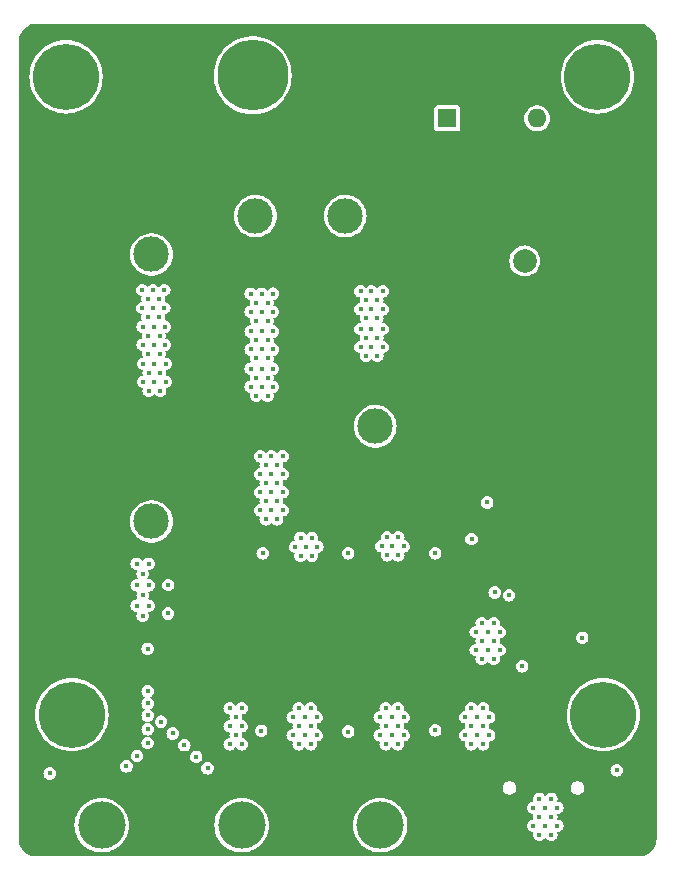
<source format=gbr>
%TF.GenerationSoftware,KiCad,Pcbnew,8.0.5*%
%TF.CreationDate,2024-10-07T09:41:30+08:00*%
%TF.ProjectId,sandersypconverter,73616e64-6572-4737-9970-636f6e766572,rev?*%
%TF.SameCoordinates,Original*%
%TF.FileFunction,Copper,L3,Inr*%
%TF.FilePolarity,Positive*%
%FSLAX46Y46*%
G04 Gerber Fmt 4.6, Leading zero omitted, Abs format (unit mm)*
G04 Created by KiCad (PCBNEW 8.0.5) date 2024-10-07 09:41:30*
%MOMM*%
%LPD*%
G01*
G04 APERTURE LIST*
G04 Aperture macros list*
%AMRoundRect*
0 Rectangle with rounded corners*
0 $1 Rounding radius*
0 $2 $3 $4 $5 $6 $7 $8 $9 X,Y pos of 4 corners*
0 Add a 4 corners polygon primitive as box body*
4,1,4,$2,$3,$4,$5,$6,$7,$8,$9,$2,$3,0*
0 Add four circle primitives for the rounded corners*
1,1,$1+$1,$2,$3*
1,1,$1+$1,$4,$5*
1,1,$1+$1,$6,$7*
1,1,$1+$1,$8,$9*
0 Add four rect primitives between the rounded corners*
20,1,$1+$1,$2,$3,$4,$5,0*
20,1,$1+$1,$4,$5,$6,$7,0*
20,1,$1+$1,$6,$7,$8,$9,0*
20,1,$1+$1,$8,$9,$2,$3,0*%
G04 Aperture macros list end*
%TA.AperFunction,ComponentPad*%
%ADD10C,5.600000*%
%TD*%
%TA.AperFunction,ComponentPad*%
%ADD11R,3.800000X3.800000*%
%TD*%
%TA.AperFunction,ComponentPad*%
%ADD12C,4.000000*%
%TD*%
%TA.AperFunction,ComponentPad*%
%ADD13C,3.000000*%
%TD*%
%TA.AperFunction,ComponentPad*%
%ADD14O,1.000000X2.100000*%
%TD*%
%TA.AperFunction,ComponentPad*%
%ADD15O,1.000000X1.800000*%
%TD*%
%TA.AperFunction,ComponentPad*%
%ADD16RoundRect,0.500000X-0.500000X-0.500000X0.500000X-0.500000X0.500000X0.500000X-0.500000X0.500000X0*%
%TD*%
%TA.AperFunction,ComponentPad*%
%ADD17C,2.000000*%
%TD*%
%TA.AperFunction,ComponentPad*%
%ADD18RoundRect,1.500000X-1.500000X-1.500000X1.500000X-1.500000X1.500000X1.500000X-1.500000X1.500000X0*%
%TD*%
%TA.AperFunction,ComponentPad*%
%ADD19C,6.000000*%
%TD*%
%TA.AperFunction,ComponentPad*%
%ADD20R,1.600000X1.600000*%
%TD*%
%TA.AperFunction,ComponentPad*%
%ADD21O,1.600000X1.600000*%
%TD*%
%TA.AperFunction,ViaPad*%
%ADD22C,0.450000*%
%TD*%
%TA.AperFunction,ViaPad*%
%ADD23C,0.762000*%
%TD*%
G04 APERTURE END LIST*
D10*
%TO.N,N/C*%
%TO.C,H1*%
X150000000Y-109000000D03*
%TD*%
D11*
%TO.N,GND*%
%TO.C,J2*%
X124369200Y-118364000D03*
D12*
%TO.N,24VOUT*%
X119369200Y-118364000D03*
%TD*%
D13*
%TO.N,24VOUT*%
%TO.C,F1*%
X111734600Y-92633800D03*
%TO.N,+24V*%
X111734600Y-70033800D03*
%TD*%
D10*
%TO.N,N/C*%
%TO.C,H2*%
X149500000Y-55000000D03*
%TD*%
D14*
%TO.N,GND*%
%TO.C,J6*%
X140612400Y-114700200D03*
D15*
X140612400Y-118880200D03*
D14*
X149252400Y-114700200D03*
D15*
X149252400Y-118880200D03*
%TD*%
D13*
%TO.N,+24V*%
%TO.C,K1*%
X130683000Y-84582000D03*
%TO.N,unconnected-(K1-Pad12)*%
X120543000Y-66782000D03*
%TO.N,24VDC*%
X128143000Y-66782000D03*
D16*
%TO.N,GND*%
X143343000Y-80782000D03*
D17*
%TO.N,Net-(SW1-B)*%
X143343000Y-70582000D03*
%TD*%
D10*
%TO.N,N/C*%
%TO.C,H4*%
X104500000Y-55000000D03*
%TD*%
D11*
%TO.N,GND*%
%TO.C,J3*%
X112522000Y-118364000D03*
D12*
%TO.N,24VOUT*%
X107522000Y-118364000D03*
%TD*%
D18*
%TO.N,GND*%
%TO.C,J1*%
X113106200Y-54864000D03*
D19*
%TO.N,24VDC*%
X120306200Y-54864000D03*
%TD*%
D10*
%TO.N,N/C*%
%TO.C,H3*%
X105000000Y-109000000D03*
%TD*%
D11*
%TO.N,GND*%
%TO.C,J5*%
X136104000Y-118364000D03*
D12*
%TO.N,+5V*%
X131104000Y-118364000D03*
%TD*%
D20*
%TO.N,Net-(SW1-A)*%
%TO.C,SW1*%
X136775000Y-58521600D03*
D21*
%TO.N,Net-(SW1-B)*%
X144395000Y-58521600D03*
%TD*%
D22*
%TO.N,+24V*%
X131318000Y-74676000D03*
X111963200Y-80822800D03*
X129895600Y-78638400D03*
X111455200Y-78435200D03*
X121056400Y-78079600D03*
X121564400Y-78841600D03*
X129438400Y-73152000D03*
X120599200Y-81991200D03*
X112420400Y-78435200D03*
X111506000Y-81584800D03*
X112877600Y-76149200D03*
X111861600Y-74574400D03*
X120142000Y-73355200D03*
X121564400Y-77317600D03*
X121564400Y-80467200D03*
X121564400Y-75641200D03*
X125323600Y-94030800D03*
X121056400Y-74879200D03*
X120954800Y-91694000D03*
X121869200Y-91694000D03*
X131673600Y-93980000D03*
X121869200Y-90170000D03*
X131318000Y-76352400D03*
X122834400Y-88646000D03*
X129895600Y-73914000D03*
X110947200Y-73050400D03*
X111963200Y-79298800D03*
X120142000Y-78079600D03*
X120954800Y-88646000D03*
X125780800Y-94792800D03*
X111404400Y-75336400D03*
X128397000Y-95344000D03*
X120142000Y-79705200D03*
X122021600Y-73355200D03*
X110998000Y-76149200D03*
X110998000Y-77673200D03*
X122377200Y-92456000D03*
X135763000Y-95344000D03*
X122834400Y-91694000D03*
X111048800Y-80822800D03*
X120954800Y-90170000D03*
X121056400Y-81229200D03*
X122834400Y-90170000D03*
X124815600Y-94792800D03*
X129438400Y-74676000D03*
X130352800Y-73152000D03*
X130860800Y-75438000D03*
X120599200Y-74117200D03*
X121056400Y-79705200D03*
X122834400Y-87122000D03*
X112369600Y-75336400D03*
X112826800Y-74574400D03*
X129895600Y-77114400D03*
X121412000Y-87884000D03*
X120142000Y-74879200D03*
X124358400Y-95554800D03*
X130860800Y-78638400D03*
X122377200Y-90932000D03*
X129438400Y-76352400D03*
X120954800Y-87122000D03*
X121564400Y-81991200D03*
X131318000Y-73152000D03*
X121869200Y-88646000D03*
X112826800Y-73050400D03*
X110947200Y-74574400D03*
X111455200Y-76911200D03*
X122021600Y-81229200D03*
X130352800Y-77876400D03*
X138836400Y-94131400D03*
X111861600Y-73050400D03*
X122021600Y-74879200D03*
X111048800Y-79298800D03*
X124358400Y-94030800D03*
X111912400Y-77673200D03*
X112928400Y-79298800D03*
X121412000Y-92456000D03*
X125323600Y-95554800D03*
X121412000Y-90932000D03*
X123901200Y-94792800D03*
X131216400Y-94742000D03*
X121564400Y-74117200D03*
X112420400Y-76911200D03*
X120599200Y-78841600D03*
X129895600Y-75438000D03*
X122377200Y-89408000D03*
X133096000Y-94742000D03*
X122021600Y-76555600D03*
X120599200Y-77317600D03*
X121158000Y-95344000D03*
X112928400Y-80822800D03*
X130860800Y-73914000D03*
X112471200Y-81584800D03*
X120599200Y-80467200D03*
X120142000Y-76555600D03*
X121869200Y-87122000D03*
X122021600Y-79705200D03*
X112877600Y-77673200D03*
X130352800Y-76352400D03*
X111912400Y-76149200D03*
X132638800Y-93980000D03*
X131673600Y-95504000D03*
X122021600Y-78079600D03*
X130860800Y-77114400D03*
X112369600Y-73812400D03*
X132638800Y-95504000D03*
X111506000Y-80060800D03*
X132130800Y-94742000D03*
X120599200Y-75641200D03*
X122377200Y-87884000D03*
X121056400Y-76555600D03*
X129438400Y-77876400D03*
X112471200Y-80060800D03*
X131318000Y-77876400D03*
X111404400Y-73812400D03*
X121412000Y-89408000D03*
X120142000Y-81229200D03*
X130352800Y-74676000D03*
X121056400Y-73355200D03*
%TO.N,GND*%
X148742400Y-72948800D03*
X105105200Y-96723200D03*
X145389600Y-109321600D03*
X104241600Y-88798400D03*
X135585200Y-75793600D03*
X139039600Y-65125600D03*
X112166400Y-61468000D03*
X110794800Y-62179200D03*
X125069600Y-101904800D03*
X151130000Y-118389600D03*
X136499600Y-79705200D03*
X146100800Y-111658400D03*
D23*
X142000000Y-116500000D03*
D22*
X116992400Y-87477600D03*
X149707600Y-86106000D03*
X104597200Y-64516000D03*
X104648000Y-81330800D03*
X103733600Y-82753200D03*
X103225600Y-96723200D03*
X151028400Y-80416400D03*
X150571200Y-66954400D03*
X103225600Y-95300800D03*
X133553200Y-89408000D03*
X116636800Y-94894400D03*
X129489200Y-88950800D03*
X137922000Y-75082400D03*
X131978400Y-103987600D03*
X131521200Y-101854000D03*
X131521200Y-103276400D03*
X102819200Y-82753200D03*
X103276400Y-80619600D03*
X125526800Y-101193600D03*
X139039600Y-63703200D03*
X150164800Y-75082400D03*
X133553200Y-53644800D03*
X153263600Y-99415600D03*
X136499600Y-72948800D03*
X149656800Y-81127600D03*
X104089200Y-65227200D03*
X149199600Y-66243200D03*
X148793200Y-87528400D03*
X148793200Y-88950800D03*
X151028400Y-66243200D03*
X137464800Y-82550000D03*
X117144800Y-94183200D03*
X146100800Y-109778800D03*
X149656800Y-75793600D03*
X149656800Y-68376800D03*
X149199600Y-67665600D03*
X137007600Y-81838800D03*
X134010400Y-52933600D03*
X153263600Y-100380800D03*
X123698000Y-101193600D03*
X117602000Y-94894400D03*
X125526800Y-102616000D03*
X126034800Y-103327200D03*
X102819200Y-81330800D03*
X123698000Y-102616000D03*
X104597200Y-96012000D03*
X103733600Y-88087200D03*
X103911400Y-75806000D03*
X134010400Y-88696800D03*
X141211000Y-99618800D03*
X149250400Y-88239600D03*
X139547600Y-65836800D03*
X111252000Y-62890400D03*
X139496800Y-64414400D03*
X134924800Y-52933600D03*
X137464800Y-75793600D03*
X103733600Y-81330800D03*
X103124000Y-118643600D03*
X104648000Y-97434400D03*
X105054400Y-65227200D03*
X133350000Y-101854000D03*
X121818400Y-113995200D03*
X132943600Y-103987600D03*
X105003600Y-62382400D03*
X137414000Y-72948800D03*
X102819200Y-88087200D03*
X136042400Y-81838800D03*
X103276400Y-82042000D03*
X136956800Y-73660000D03*
X102819200Y-79908400D03*
X103174800Y-63804800D03*
X103632000Y-63093600D03*
X105156000Y-82042000D03*
X148793200Y-86106000D03*
X134518400Y-55067200D03*
X116179600Y-94183200D03*
X148742400Y-79705200D03*
X150571200Y-79705200D03*
X148742400Y-68376800D03*
X104140000Y-95300800D03*
X112623600Y-62179200D03*
X104648000Y-88087200D03*
X149656800Y-72948800D03*
X137414000Y-74371200D03*
X102768400Y-94589600D03*
X103174800Y-62382400D03*
X149656800Y-65532000D03*
X104648000Y-79908400D03*
X136499600Y-74371200D03*
X116535200Y-86766400D03*
X103276400Y-88798400D03*
X115112800Y-87477600D03*
X127609600Y-88950800D03*
X104190800Y-96723200D03*
X111709200Y-63601600D03*
X149656800Y-79705200D03*
X137210800Y-65125600D03*
X150164800Y-81838800D03*
X131064000Y-102565200D03*
X137007600Y-75082400D03*
X150215600Y-88239600D03*
X116027200Y-87477600D03*
X132892800Y-102565200D03*
X151079200Y-81838800D03*
X102819200Y-86664800D03*
X133096000Y-54356000D03*
X125984000Y-101904800D03*
X105511600Y-64516000D03*
X104089200Y-62382400D03*
X103682800Y-94589600D03*
X135585200Y-82550000D03*
X123240800Y-114706400D03*
X124612400Y-102616000D03*
X135432800Y-89408000D03*
X150622000Y-82550000D03*
X150622000Y-68376800D03*
X148742400Y-82550000D03*
X103632000Y-64516000D03*
X135585200Y-79705200D03*
X136042400Y-73660000D03*
X132638800Y-55067200D03*
X133553200Y-52222400D03*
X127152400Y-89662000D03*
X148742400Y-75793600D03*
X149250400Y-86817200D03*
X103733600Y-89509600D03*
X115570000Y-86766400D03*
X125577600Y-104038400D03*
X151130000Y-88239600D03*
X151079200Y-67665600D03*
X132638800Y-52222400D03*
X149199600Y-73660000D03*
X150114000Y-66243200D03*
X111252000Y-61468000D03*
X150114000Y-73660000D03*
X128066800Y-89662000D03*
X137414000Y-79705200D03*
X150164800Y-86817200D03*
X111709200Y-60756800D03*
X141915600Y-94037200D03*
X134467600Y-52222400D03*
X103276400Y-87376000D03*
X150571200Y-81127600D03*
X104089200Y-63804800D03*
X149707600Y-87528400D03*
X138633200Y-65836800D03*
X137871200Y-73660000D03*
X136042400Y-75082400D03*
X134975600Y-88696800D03*
X131978400Y-101142800D03*
X129032000Y-89662000D03*
X103733600Y-79908400D03*
X104698800Y-89509600D03*
X102768400Y-97434400D03*
X136499600Y-82550000D03*
X136499600Y-75793600D03*
X135585200Y-81127600D03*
X131978400Y-102565200D03*
X102819200Y-89509600D03*
X143129000Y-110302000D03*
X115722400Y-94894400D03*
X111709200Y-62179200D03*
X151079200Y-75082400D03*
X104190800Y-80619600D03*
X149656800Y-66954400D03*
X151028400Y-73660000D03*
X135890000Y-88696800D03*
X137871200Y-80416400D03*
X121361200Y-114706400D03*
D23*
X148000000Y-116500000D03*
D22*
X149199600Y-80416400D03*
X133553200Y-55067200D03*
X137210800Y-66548000D03*
X134467600Y-53644800D03*
X105156000Y-88798400D03*
X133096000Y-52933600D03*
X150672800Y-88950800D03*
X123698000Y-104038400D03*
X112623600Y-60756800D03*
X150622000Y-86106000D03*
X131064000Y-103987600D03*
X151079200Y-86817200D03*
X124612400Y-101193600D03*
X148742400Y-65532000D03*
X149707600Y-88950800D03*
X149199600Y-81838800D03*
X125120400Y-103327200D03*
X139090400Y-66548000D03*
X128930400Y-56870600D03*
X110794800Y-63601600D03*
X104190800Y-87376000D03*
X122275600Y-114706400D03*
X103174800Y-65227200D03*
X124612400Y-104038400D03*
X104698800Y-82753200D03*
X137210800Y-63703200D03*
X136042400Y-80416400D03*
X105460800Y-63093600D03*
X102768400Y-96012000D03*
X104241600Y-82042000D03*
X150114000Y-80416400D03*
X148742400Y-74371200D03*
X132892800Y-101142800D03*
X149656800Y-74371200D03*
X105105200Y-80619600D03*
X103682800Y-97434400D03*
X134467600Y-89408000D03*
X149199600Y-75082400D03*
X138125200Y-66548000D03*
X132486400Y-103276400D03*
X135585200Y-74371200D03*
X103733600Y-86664800D03*
X134975600Y-54356000D03*
X124155200Y-103327200D03*
X148742400Y-66954400D03*
X134061200Y-54356000D03*
X140411200Y-92481400D03*
X123698000Y-113995200D03*
X138125200Y-65125600D03*
X105003600Y-63804800D03*
X149656800Y-82550000D03*
X150164800Y-67665600D03*
X112674400Y-63601600D03*
X137668000Y-65836800D03*
X104546400Y-63093600D03*
X137414000Y-81127600D03*
X132638800Y-53644800D03*
X137922000Y-81838800D03*
X122783600Y-113995200D03*
X133400800Y-103276400D03*
X138125200Y-63703200D03*
X110794800Y-60756800D03*
X118059200Y-94183200D03*
X138582400Y-64414400D03*
X152552400Y-100838000D03*
X128574800Y-88950800D03*
X104597200Y-94589600D03*
X103682800Y-96012000D03*
X136956800Y-80416400D03*
X153263600Y-101295200D03*
X124155200Y-101904800D03*
X150571200Y-65532000D03*
X136499600Y-81127600D03*
X135585200Y-72948800D03*
X113080800Y-61468000D03*
X131064000Y-101142800D03*
X150622000Y-87528400D03*
X145389600Y-110236000D03*
X146100800Y-110744000D03*
X137668000Y-64414400D03*
X132435600Y-101854000D03*
X150622000Y-75793600D03*
X150571200Y-74371200D03*
X152552400Y-98958400D03*
X113131600Y-62890400D03*
X105105200Y-87376000D03*
X150571200Y-72948800D03*
X148742400Y-81127600D03*
X145389600Y-111201200D03*
X117449600Y-86766400D03*
X105054400Y-95300800D03*
X112217200Y-62890400D03*
X104648000Y-86664800D03*
X152552400Y-99872800D03*
%TO.N,+5V*%
X123698000Y-109220000D03*
X140208000Y-102006400D03*
X119380000Y-111506000D03*
X144576800Y-116128800D03*
X119380000Y-108458000D03*
X139319000Y-110744000D03*
X139827000Y-109982000D03*
X118364000Y-109982000D03*
X140716000Y-102768400D03*
X140716000Y-104292400D03*
X141224000Y-102006400D03*
X145592800Y-119176800D03*
X131064000Y-109220000D03*
X140335000Y-109220000D03*
X118364000Y-111506000D03*
X140208000Y-103530400D03*
X138811000Y-108458000D03*
X132588000Y-108458000D03*
X144068800Y-118414800D03*
X118364000Y-108458000D03*
X145084800Y-118414800D03*
X125222000Y-111506000D03*
X140335000Y-110744000D03*
X131572000Y-109982000D03*
X143129000Y-104902000D03*
X125222000Y-109982000D03*
X124206000Y-109982000D03*
X144576800Y-117652800D03*
X131572000Y-111506000D03*
X144068800Y-116890800D03*
X151130000Y-113716800D03*
X124206000Y-111506000D03*
X131572000Y-108458000D03*
X118872000Y-109220000D03*
X144576800Y-119176800D03*
X139192000Y-103530400D03*
X138303000Y-109220000D03*
X146100800Y-118414800D03*
X139700000Y-102768400D03*
X132080000Y-109220000D03*
X133096000Y-110744000D03*
X138811000Y-111506000D03*
X139827000Y-111506000D03*
X138303000Y-110744000D03*
X125222000Y-108458000D03*
X145592800Y-117652800D03*
X123698000Y-110744000D03*
X142007233Y-98894173D03*
X132588000Y-111506000D03*
X139700000Y-101244400D03*
X131064000Y-110744000D03*
X141224000Y-103530400D03*
X118872000Y-110744000D03*
X125730000Y-110744000D03*
X140716000Y-101244400D03*
X133096000Y-109220000D03*
X124206000Y-108458000D03*
X135763000Y-110335000D03*
X139700000Y-104292400D03*
X139192000Y-102006400D03*
X128397000Y-110429000D03*
X139319000Y-109220000D03*
X132080000Y-110744000D03*
X125730000Y-109220000D03*
X139827000Y-108458000D03*
X138811000Y-109982000D03*
X124714000Y-109220000D03*
X132588000Y-109982000D03*
X145592800Y-116128800D03*
X145084800Y-116890800D03*
X148209000Y-102489000D03*
X124714000Y-110744000D03*
X146100800Y-116890800D03*
X119380000Y-109982000D03*
X121031000Y-110363000D03*
%TO.N,24VOUT*%
X113157000Y-98018600D03*
X111408000Y-103428800D03*
X112547400Y-109601000D03*
X110490000Y-99771200D03*
X110998000Y-100634800D03*
X113538000Y-110591600D03*
X111408000Y-107010200D03*
X111408000Y-108051600D03*
X111408000Y-111404400D03*
X111408000Y-110236000D03*
X110998000Y-97078800D03*
X114528600Y-111582200D03*
X110998000Y-98907600D03*
X109620400Y-113379600D03*
X115519200Y-112572800D03*
X110509400Y-112490600D03*
X103124600Y-113980000D03*
X111506000Y-96215200D03*
X110490000Y-96215200D03*
X116484400Y-113538000D03*
X111506000Y-99771200D03*
X111408000Y-109067600D03*
X110490000Y-98044000D03*
X113131600Y-100431600D03*
X111506000Y-98044000D03*
%TO.N,Net-(U1-PG)*%
X140797400Y-98653600D03*
X140157200Y-91033600D03*
%TD*%
%TA.AperFunction,Conductor*%
%TO.N,GND*%
G36*
X153001748Y-50500625D02*
G01*
X153209905Y-50515513D01*
X153216825Y-50516508D01*
X153419029Y-50560494D01*
X153425736Y-50562462D01*
X153619641Y-50634785D01*
X153625992Y-50637687D01*
X153807622Y-50736864D01*
X153813488Y-50740634D01*
X153979159Y-50864654D01*
X153984442Y-50869232D01*
X154130767Y-51015557D01*
X154135345Y-51020840D01*
X154259363Y-51186508D01*
X154263140Y-51192385D01*
X154362310Y-51374003D01*
X154365215Y-51380362D01*
X154437536Y-51574262D01*
X154439505Y-51580970D01*
X154483491Y-51783174D01*
X154484486Y-51790094D01*
X154499375Y-51998252D01*
X154499500Y-52001748D01*
X154499500Y-119498251D01*
X154499375Y-119501747D01*
X154484486Y-119709905D01*
X154483491Y-119716825D01*
X154439505Y-119919029D01*
X154437536Y-119925737D01*
X154365215Y-120119637D01*
X154362310Y-120125996D01*
X154263140Y-120307614D01*
X154259360Y-120313496D01*
X154135345Y-120479159D01*
X154130767Y-120484442D01*
X153984442Y-120630767D01*
X153979159Y-120635345D01*
X153813496Y-120759360D01*
X153807614Y-120763140D01*
X153625996Y-120862310D01*
X153619637Y-120865215D01*
X153425737Y-120937536D01*
X153419029Y-120939505D01*
X153216825Y-120983491D01*
X153209905Y-120984486D01*
X153001748Y-120999375D01*
X152998252Y-120999500D01*
X102001748Y-120999500D01*
X101998252Y-120999375D01*
X101790094Y-120984486D01*
X101783174Y-120983491D01*
X101580970Y-120939505D01*
X101574262Y-120937536D01*
X101380362Y-120865215D01*
X101374003Y-120862310D01*
X101252504Y-120795967D01*
X101192381Y-120763137D01*
X101186508Y-120759363D01*
X101020840Y-120635345D01*
X101015557Y-120630767D01*
X100869232Y-120484442D01*
X100864654Y-120479159D01*
X100775875Y-120360565D01*
X100740634Y-120313488D01*
X100736864Y-120307622D01*
X100637687Y-120125992D01*
X100634784Y-120119637D01*
X100562463Y-119925737D01*
X100560494Y-119919029D01*
X100516508Y-119716825D01*
X100515513Y-119709905D01*
X100500625Y-119501747D01*
X100500500Y-119498251D01*
X100500500Y-118363998D01*
X105216564Y-118363998D01*
X105216564Y-118364001D01*
X105236287Y-118664921D01*
X105295116Y-118960678D01*
X105295116Y-118960679D01*
X105392054Y-119246250D01*
X105525434Y-119516718D01*
X105692974Y-119767461D01*
X105798908Y-119888254D01*
X105891811Y-119994189D01*
X106012604Y-120100122D01*
X106118538Y-120193025D01*
X106196723Y-120245266D01*
X106369282Y-120360566D01*
X106639748Y-120493945D01*
X106925309Y-120590880D01*
X106925316Y-120590881D01*
X106925321Y-120590883D01*
X107074521Y-120620560D01*
X107221080Y-120649713D01*
X107499300Y-120667948D01*
X107521999Y-120669436D01*
X107522000Y-120669436D01*
X107522001Y-120669436D01*
X107541724Y-120668143D01*
X107822920Y-120649713D01*
X108017889Y-120610930D01*
X108118678Y-120590883D01*
X108118679Y-120590883D01*
X108118683Y-120590881D01*
X108118691Y-120590880D01*
X108404252Y-120493945D01*
X108674718Y-120360566D01*
X108925461Y-120193025D01*
X109152189Y-119994189D01*
X109351025Y-119767461D01*
X109518566Y-119516718D01*
X109651945Y-119246252D01*
X109748880Y-118960691D01*
X109748881Y-118960683D01*
X109748883Y-118960679D01*
X109748883Y-118960678D01*
X109782914Y-118789590D01*
X109807713Y-118664920D01*
X109827436Y-118364000D01*
X109827436Y-118363998D01*
X117063764Y-118363998D01*
X117063764Y-118364001D01*
X117083487Y-118664921D01*
X117142316Y-118960678D01*
X117142316Y-118960679D01*
X117239254Y-119246250D01*
X117372634Y-119516718D01*
X117540174Y-119767461D01*
X117646108Y-119888254D01*
X117739011Y-119994189D01*
X117859804Y-120100122D01*
X117965738Y-120193025D01*
X118043923Y-120245266D01*
X118216482Y-120360566D01*
X118486948Y-120493945D01*
X118772509Y-120590880D01*
X118772516Y-120590881D01*
X118772521Y-120590883D01*
X118921721Y-120620560D01*
X119068280Y-120649713D01*
X119346500Y-120667948D01*
X119369199Y-120669436D01*
X119369200Y-120669436D01*
X119369201Y-120669436D01*
X119388924Y-120668143D01*
X119670120Y-120649713D01*
X119865089Y-120610930D01*
X119965878Y-120590883D01*
X119965879Y-120590883D01*
X119965883Y-120590881D01*
X119965891Y-120590880D01*
X120251452Y-120493945D01*
X120521918Y-120360566D01*
X120772661Y-120193025D01*
X120999389Y-119994189D01*
X121198225Y-119767461D01*
X121365766Y-119516718D01*
X121499145Y-119246252D01*
X121596080Y-118960691D01*
X121596081Y-118960683D01*
X121596083Y-118960679D01*
X121596083Y-118960678D01*
X121630114Y-118789590D01*
X121654913Y-118664920D01*
X121674636Y-118364000D01*
X121674636Y-118363998D01*
X128798564Y-118363998D01*
X128798564Y-118364001D01*
X128818287Y-118664921D01*
X128877116Y-118960678D01*
X128877116Y-118960679D01*
X128974054Y-119246250D01*
X129107434Y-119516718D01*
X129274974Y-119767461D01*
X129380908Y-119888254D01*
X129473811Y-119994189D01*
X129594604Y-120100122D01*
X129700538Y-120193025D01*
X129778723Y-120245266D01*
X129951282Y-120360566D01*
X130221748Y-120493945D01*
X130507309Y-120590880D01*
X130507316Y-120590881D01*
X130507321Y-120590883D01*
X130656521Y-120620560D01*
X130803080Y-120649713D01*
X131081300Y-120667948D01*
X131103999Y-120669436D01*
X131104000Y-120669436D01*
X131104001Y-120669436D01*
X131123724Y-120668143D01*
X131404920Y-120649713D01*
X131599889Y-120610930D01*
X131700678Y-120590883D01*
X131700679Y-120590883D01*
X131700683Y-120590881D01*
X131700691Y-120590880D01*
X131986252Y-120493945D01*
X132256718Y-120360566D01*
X132507461Y-120193025D01*
X132734189Y-119994189D01*
X132933025Y-119767461D01*
X133100566Y-119516718D01*
X133233945Y-119246252D01*
X133330880Y-118960691D01*
X133330881Y-118960683D01*
X133330883Y-118960679D01*
X133330883Y-118960678D01*
X133364914Y-118789590D01*
X133389713Y-118664920D01*
X133409436Y-118364000D01*
X133389713Y-118063080D01*
X133354244Y-117884765D01*
X133330883Y-117767321D01*
X133330883Y-117767320D01*
X133330881Y-117767314D01*
X133330880Y-117767309D01*
X133233945Y-117481748D01*
X133100566Y-117211282D01*
X132978089Y-117027982D01*
X132933025Y-116960538D01*
X132871866Y-116890800D01*
X143538765Y-116890800D01*
X143556825Y-117027982D01*
X143596085Y-117122765D01*
X143609776Y-117155818D01*
X143694009Y-117265591D01*
X143803782Y-117349824D01*
X143931617Y-117402774D01*
X144038949Y-117416905D01*
X144071427Y-117435655D01*
X144081134Y-117471880D01*
X144077824Y-117484235D01*
X144064825Y-117515619D01*
X144046765Y-117652800D01*
X144064825Y-117789980D01*
X144077824Y-117821364D01*
X144077823Y-117858867D01*
X144051303Y-117885385D01*
X144038949Y-117888695D01*
X143931617Y-117902825D01*
X143803787Y-117955773D01*
X143803782Y-117955776D01*
X143694009Y-118040008D01*
X143694008Y-118040009D01*
X143609776Y-118149782D01*
X143609773Y-118149787D01*
X143556825Y-118277617D01*
X143538765Y-118414800D01*
X143556825Y-118551982D01*
X143609774Y-118679814D01*
X143609776Y-118679818D01*
X143694009Y-118789591D01*
X143803782Y-118873824D01*
X143931617Y-118926774D01*
X144038949Y-118940905D01*
X144071427Y-118959655D01*
X144081134Y-118995880D01*
X144077824Y-119008235D01*
X144064825Y-119039619D01*
X144046765Y-119176800D01*
X144064825Y-119313982D01*
X144114070Y-119432871D01*
X144117776Y-119441818D01*
X144202009Y-119551591D01*
X144311782Y-119635824D01*
X144439617Y-119688774D01*
X144576800Y-119706835D01*
X144713983Y-119688774D01*
X144841818Y-119635824D01*
X144951591Y-119551591D01*
X145035824Y-119441818D01*
X145039530Y-119432869D01*
X145066047Y-119406351D01*
X145103550Y-119406350D01*
X145130068Y-119432866D01*
X145133776Y-119441818D01*
X145218009Y-119551591D01*
X145327782Y-119635824D01*
X145455617Y-119688774D01*
X145592800Y-119706835D01*
X145729983Y-119688774D01*
X145857818Y-119635824D01*
X145967591Y-119551591D01*
X146051824Y-119441818D01*
X146104774Y-119313983D01*
X146122835Y-119176800D01*
X146104774Y-119039617D01*
X146091776Y-119008236D01*
X146091776Y-118970733D01*
X146118295Y-118944215D01*
X146130644Y-118940905D01*
X146237983Y-118926774D01*
X146365818Y-118873824D01*
X146475591Y-118789591D01*
X146559824Y-118679818D01*
X146612774Y-118551983D01*
X146630835Y-118414800D01*
X146612774Y-118277617D01*
X146608800Y-118268022D01*
X146559826Y-118149787D01*
X146559823Y-118149782D01*
X146475592Y-118040010D01*
X146475589Y-118040008D01*
X146365818Y-117955776D01*
X146365814Y-117955774D01*
X146237982Y-117902825D01*
X146150121Y-117891258D01*
X146130648Y-117888694D01*
X146098171Y-117869943D01*
X146088464Y-117833718D01*
X146091771Y-117821373D01*
X146104774Y-117789983D01*
X146122835Y-117652800D01*
X146104774Y-117515617D01*
X146091776Y-117484236D01*
X146091776Y-117446733D01*
X146118295Y-117420215D01*
X146130644Y-117416905D01*
X146237983Y-117402774D01*
X146365818Y-117349824D01*
X146475591Y-117265591D01*
X146559824Y-117155818D01*
X146612774Y-117027983D01*
X146630835Y-116890800D01*
X146612774Y-116753617D01*
X146604570Y-116733811D01*
X146559826Y-116625787D01*
X146559823Y-116625782D01*
X146475592Y-116516010D01*
X146475589Y-116516008D01*
X146365818Y-116431776D01*
X146365814Y-116431774D01*
X146237982Y-116378825D01*
X146150121Y-116367258D01*
X146130648Y-116364694D01*
X146098171Y-116345943D01*
X146088464Y-116309718D01*
X146091771Y-116297373D01*
X146104774Y-116265983D01*
X146122835Y-116128800D01*
X146104774Y-115991617D01*
X146051824Y-115863783D01*
X145984235Y-115775700D01*
X145967592Y-115754010D01*
X145967589Y-115754008D01*
X145857818Y-115669776D01*
X145857814Y-115669774D01*
X145729982Y-115616825D01*
X145592800Y-115598765D01*
X145455617Y-115616825D01*
X145327787Y-115669773D01*
X145327782Y-115669776D01*
X145218009Y-115754008D01*
X145218008Y-115754009D01*
X145133776Y-115863782D01*
X145133775Y-115863784D01*
X145130070Y-115872730D01*
X145103551Y-115899248D01*
X145066048Y-115899248D01*
X145039530Y-115872730D01*
X145039158Y-115871832D01*
X145035824Y-115863783D01*
X144968235Y-115775700D01*
X144951592Y-115754010D01*
X144951589Y-115754008D01*
X144841818Y-115669776D01*
X144841814Y-115669774D01*
X144713982Y-115616825D01*
X144576800Y-115598765D01*
X144439617Y-115616825D01*
X144311787Y-115669773D01*
X144311782Y-115669776D01*
X144202009Y-115754008D01*
X144202008Y-115754009D01*
X144117776Y-115863782D01*
X144117773Y-115863787D01*
X144064825Y-115991617D01*
X144046765Y-116128800D01*
X144064825Y-116265980D01*
X144077824Y-116297364D01*
X144077823Y-116334867D01*
X144051303Y-116361385D01*
X144038949Y-116364695D01*
X143931617Y-116378825D01*
X143803787Y-116431773D01*
X143803782Y-116431776D01*
X143694009Y-116516008D01*
X143694008Y-116516009D01*
X143609776Y-116625782D01*
X143609773Y-116625787D01*
X143556825Y-116753617D01*
X143538765Y-116890800D01*
X132871866Y-116890800D01*
X132751558Y-116753617D01*
X132734189Y-116733811D01*
X132611006Y-116625782D01*
X132507461Y-116534974D01*
X132256718Y-116367434D01*
X131986250Y-116234054D01*
X131861325Y-116191648D01*
X131700691Y-116137120D01*
X131700688Y-116137119D01*
X131700678Y-116137116D01*
X131404921Y-116078287D01*
X131404922Y-116078287D01*
X131104001Y-116058564D01*
X131103999Y-116058564D01*
X130803078Y-116078287D01*
X130507321Y-116137116D01*
X130507320Y-116137116D01*
X130221749Y-116234054D01*
X129951281Y-116367434D01*
X129700538Y-116534974D01*
X129473811Y-116733811D01*
X129274974Y-116960538D01*
X129107434Y-117211281D01*
X128974054Y-117481749D01*
X128877116Y-117767320D01*
X128877116Y-117767321D01*
X128818287Y-118063078D01*
X128798564Y-118363998D01*
X121674636Y-118363998D01*
X121654913Y-118063080D01*
X121619444Y-117884765D01*
X121596083Y-117767321D01*
X121596083Y-117767320D01*
X121596081Y-117767314D01*
X121596080Y-117767309D01*
X121499145Y-117481748D01*
X121365766Y-117211282D01*
X121243289Y-117027982D01*
X121198225Y-116960538D01*
X121016758Y-116753617D01*
X120999389Y-116733811D01*
X120876206Y-116625782D01*
X120772661Y-116534974D01*
X120521918Y-116367434D01*
X120251450Y-116234054D01*
X120126525Y-116191648D01*
X119965891Y-116137120D01*
X119965888Y-116137119D01*
X119965878Y-116137116D01*
X119670121Y-116078287D01*
X119670122Y-116078287D01*
X119369201Y-116058564D01*
X119369199Y-116058564D01*
X119068278Y-116078287D01*
X118772521Y-116137116D01*
X118772520Y-116137116D01*
X118486949Y-116234054D01*
X118216481Y-116367434D01*
X117965738Y-116534974D01*
X117739011Y-116733811D01*
X117540174Y-116960538D01*
X117372634Y-117211281D01*
X117239254Y-117481749D01*
X117142316Y-117767320D01*
X117142316Y-117767321D01*
X117083487Y-118063078D01*
X117063764Y-118363998D01*
X109827436Y-118363998D01*
X109807713Y-118063080D01*
X109772244Y-117884765D01*
X109748883Y-117767321D01*
X109748883Y-117767320D01*
X109748881Y-117767314D01*
X109748880Y-117767309D01*
X109651945Y-117481748D01*
X109518566Y-117211282D01*
X109396089Y-117027982D01*
X109351025Y-116960538D01*
X109169558Y-116753617D01*
X109152189Y-116733811D01*
X109029006Y-116625782D01*
X108925461Y-116534974D01*
X108674718Y-116367434D01*
X108404250Y-116234054D01*
X108279325Y-116191648D01*
X108118691Y-116137120D01*
X108118688Y-116137119D01*
X108118678Y-116137116D01*
X107822921Y-116078287D01*
X107822922Y-116078287D01*
X107522001Y-116058564D01*
X107521999Y-116058564D01*
X107221078Y-116078287D01*
X106925321Y-116137116D01*
X106925320Y-116137116D01*
X106639749Y-116234054D01*
X106369281Y-116367434D01*
X106118538Y-116534974D01*
X105891811Y-116733811D01*
X105692974Y-116960538D01*
X105525434Y-117211281D01*
X105392054Y-117481749D01*
X105295116Y-117767320D01*
X105295116Y-117767321D01*
X105236287Y-118063078D01*
X105216564Y-118363998D01*
X100500500Y-118363998D01*
X100500500Y-115124430D01*
X141466900Y-115124430D01*
X141466900Y-115275969D01*
X141506118Y-115422333D01*
X141506119Y-115422337D01*
X141581885Y-115553565D01*
X141689035Y-115660715D01*
X141737066Y-115688446D01*
X141820262Y-115736480D01*
X141820264Y-115736480D01*
X141820265Y-115736481D01*
X141885685Y-115754010D01*
X141966630Y-115775699D01*
X141966631Y-115775700D01*
X141966634Y-115775700D01*
X142118169Y-115775700D01*
X142118169Y-115775699D01*
X142264535Y-115736481D01*
X142395765Y-115660715D01*
X142502915Y-115553565D01*
X142578681Y-115422335D01*
X142617899Y-115275969D01*
X142617900Y-115275969D01*
X142617900Y-115124431D01*
X142617899Y-115124430D01*
X147246900Y-115124430D01*
X147246900Y-115275969D01*
X147286118Y-115422333D01*
X147286119Y-115422337D01*
X147361885Y-115553565D01*
X147469035Y-115660715D01*
X147517066Y-115688446D01*
X147600262Y-115736480D01*
X147600264Y-115736480D01*
X147600265Y-115736481D01*
X147665685Y-115754010D01*
X147746630Y-115775699D01*
X147746631Y-115775700D01*
X147746634Y-115775700D01*
X147898169Y-115775700D01*
X147898169Y-115775699D01*
X148044535Y-115736481D01*
X148175765Y-115660715D01*
X148282915Y-115553565D01*
X148358681Y-115422335D01*
X148397899Y-115275969D01*
X148397900Y-115275969D01*
X148397900Y-115124431D01*
X148397899Y-115124430D01*
X148358681Y-114978066D01*
X148358680Y-114978062D01*
X148282914Y-114846834D01*
X148175765Y-114739685D01*
X148044537Y-114663919D01*
X148044533Y-114663918D01*
X147898169Y-114624700D01*
X147898166Y-114624700D01*
X147746634Y-114624700D01*
X147746631Y-114624700D01*
X147600266Y-114663918D01*
X147600262Y-114663919D01*
X147469034Y-114739685D01*
X147469034Y-114739686D01*
X147361886Y-114846834D01*
X147361885Y-114846834D01*
X147286119Y-114978062D01*
X147286118Y-114978066D01*
X147246900Y-115124430D01*
X142617899Y-115124430D01*
X142578681Y-114978066D01*
X142578680Y-114978062D01*
X142502914Y-114846834D01*
X142395765Y-114739685D01*
X142264537Y-114663919D01*
X142264533Y-114663918D01*
X142118169Y-114624700D01*
X142118166Y-114624700D01*
X141966634Y-114624700D01*
X141966631Y-114624700D01*
X141820266Y-114663918D01*
X141820262Y-114663919D01*
X141689034Y-114739685D01*
X141689034Y-114739686D01*
X141581886Y-114846834D01*
X141581885Y-114846834D01*
X141506119Y-114978062D01*
X141506118Y-114978066D01*
X141466900Y-115124430D01*
X100500500Y-115124430D01*
X100500500Y-113980000D01*
X102594565Y-113980000D01*
X102612625Y-114117182D01*
X102665574Y-114245014D01*
X102665576Y-114245018D01*
X102749809Y-114354791D01*
X102859582Y-114439024D01*
X102987417Y-114491974D01*
X103124600Y-114510035D01*
X103261783Y-114491974D01*
X103389618Y-114439024D01*
X103499391Y-114354791D01*
X103583624Y-114245018D01*
X103636574Y-114117183D01*
X103654635Y-113980000D01*
X103636574Y-113842817D01*
X103583624Y-113714983D01*
X103499391Y-113605209D01*
X103389618Y-113520976D01*
X103389614Y-113520974D01*
X103261782Y-113468025D01*
X103124600Y-113449965D01*
X102987417Y-113468025D01*
X102859587Y-113520973D01*
X102859582Y-113520976D01*
X102749809Y-113605208D01*
X102749808Y-113605209D01*
X102665576Y-113714982D01*
X102665573Y-113714987D01*
X102612625Y-113842817D01*
X102594565Y-113980000D01*
X100500500Y-113980000D01*
X100500500Y-113379600D01*
X109090365Y-113379600D01*
X109108425Y-113516782D01*
X109145053Y-113605210D01*
X109161376Y-113644618D01*
X109245609Y-113754391D01*
X109355382Y-113838624D01*
X109483217Y-113891574D01*
X109620400Y-113909635D01*
X109757583Y-113891574D01*
X109885418Y-113838624D01*
X109995191Y-113754391D01*
X110079424Y-113644618D01*
X110123586Y-113538000D01*
X115954365Y-113538000D01*
X115972425Y-113675182D01*
X116005234Y-113754390D01*
X116025376Y-113803018D01*
X116109609Y-113912791D01*
X116219382Y-113997024D01*
X116347217Y-114049974D01*
X116484400Y-114068035D01*
X116621583Y-114049974D01*
X116749418Y-113997024D01*
X116859191Y-113912791D01*
X116943424Y-113803018D01*
X116979136Y-113716800D01*
X150599965Y-113716800D01*
X150618025Y-113853982D01*
X150670223Y-113980000D01*
X150670976Y-113981818D01*
X150755209Y-114091591D01*
X150864982Y-114175824D01*
X150992817Y-114228774D01*
X151130000Y-114246835D01*
X151267183Y-114228774D01*
X151395018Y-114175824D01*
X151504791Y-114091591D01*
X151589024Y-113981818D01*
X151641974Y-113853983D01*
X151660035Y-113716800D01*
X151641974Y-113579617D01*
X151624736Y-113538000D01*
X151589026Y-113451787D01*
X151589023Y-113451782D01*
X151504792Y-113342010D01*
X151504789Y-113342008D01*
X151395018Y-113257776D01*
X151395014Y-113257774D01*
X151267182Y-113204825D01*
X151130000Y-113186765D01*
X150992817Y-113204825D01*
X150864987Y-113257773D01*
X150864982Y-113257776D01*
X150755209Y-113342008D01*
X150755208Y-113342009D01*
X150670976Y-113451782D01*
X150670973Y-113451787D01*
X150618025Y-113579617D01*
X150599965Y-113716800D01*
X116979136Y-113716800D01*
X116996374Y-113675183D01*
X117014435Y-113538000D01*
X116996374Y-113400817D01*
X116943424Y-113272983D01*
X116859191Y-113163209D01*
X116749418Y-113078976D01*
X116749414Y-113078974D01*
X116621582Y-113026025D01*
X116484400Y-113007965D01*
X116347217Y-113026025D01*
X116219387Y-113078973D01*
X116219382Y-113078976D01*
X116109609Y-113163208D01*
X116109608Y-113163209D01*
X116025376Y-113272982D01*
X116025373Y-113272987D01*
X115972425Y-113400817D01*
X115954365Y-113538000D01*
X110123586Y-113538000D01*
X110132374Y-113516783D01*
X110150435Y-113379600D01*
X110132374Y-113242417D01*
X110079426Y-113114587D01*
X110079423Y-113114582D01*
X110070408Y-113102834D01*
X110015921Y-113031825D01*
X109995192Y-113004810D01*
X109995189Y-113004808D01*
X109885418Y-112920576D01*
X109885414Y-112920574D01*
X109757582Y-112867625D01*
X109620400Y-112849565D01*
X109483217Y-112867625D01*
X109355387Y-112920573D01*
X109355382Y-112920576D01*
X109245609Y-113004808D01*
X109245608Y-113004809D01*
X109161376Y-113114582D01*
X109161373Y-113114587D01*
X109108425Y-113242417D01*
X109090365Y-113379600D01*
X100500500Y-113379600D01*
X100500500Y-112490600D01*
X109979365Y-112490600D01*
X109997425Y-112627782D01*
X110050374Y-112755614D01*
X110050376Y-112755618D01*
X110134609Y-112865391D01*
X110244382Y-112949624D01*
X110372217Y-113002574D01*
X110509400Y-113020635D01*
X110646583Y-113002574D01*
X110774418Y-112949624D01*
X110884191Y-112865391D01*
X110968424Y-112755618D01*
X111021374Y-112627783D01*
X111028613Y-112572800D01*
X114989165Y-112572800D01*
X115007225Y-112709982D01*
X115026128Y-112755618D01*
X115060176Y-112837818D01*
X115144409Y-112947591D01*
X115254182Y-113031824D01*
X115382017Y-113084774D01*
X115519200Y-113102835D01*
X115656383Y-113084774D01*
X115784218Y-113031824D01*
X115893991Y-112947591D01*
X115978224Y-112837818D01*
X116031174Y-112709983D01*
X116049235Y-112572800D01*
X116031174Y-112435617D01*
X115978224Y-112307783D01*
X115936107Y-112252896D01*
X115893992Y-112198010D01*
X115893989Y-112198008D01*
X115784218Y-112113776D01*
X115784214Y-112113774D01*
X115656382Y-112060825D01*
X115519200Y-112042765D01*
X115382017Y-112060825D01*
X115254187Y-112113773D01*
X115254182Y-112113776D01*
X115144409Y-112198008D01*
X115144408Y-112198009D01*
X115060176Y-112307782D01*
X115060173Y-112307787D01*
X115007225Y-112435617D01*
X114989165Y-112572800D01*
X111028613Y-112572800D01*
X111039435Y-112490600D01*
X111021374Y-112353417D01*
X110968424Y-112225583D01*
X110884191Y-112115809D01*
X110774418Y-112031576D01*
X110774414Y-112031574D01*
X110646582Y-111978625D01*
X110509400Y-111960565D01*
X110372217Y-111978625D01*
X110244387Y-112031573D01*
X110244382Y-112031576D01*
X110134609Y-112115808D01*
X110134608Y-112115809D01*
X110050376Y-112225582D01*
X110050373Y-112225587D01*
X109997425Y-112353417D01*
X109979365Y-112490600D01*
X100500500Y-112490600D01*
X100500500Y-109000000D01*
X101894615Y-109000000D01*
X101914140Y-109347685D01*
X101914140Y-109347691D01*
X101914141Y-109347693D01*
X101958234Y-109607210D01*
X101972475Y-109691023D01*
X102025760Y-109875976D01*
X102068879Y-110025644D01*
X102087245Y-110069983D01*
X102202140Y-110347365D01*
X102202147Y-110347380D01*
X102370595Y-110652165D01*
X102370600Y-110652172D01*
X102572106Y-110936169D01*
X102572122Y-110936188D01*
X102655608Y-111029608D01*
X102804161Y-111195839D01*
X102939944Y-111317182D01*
X103063811Y-111427877D01*
X103063830Y-111427893D01*
X103347827Y-111629399D01*
X103347834Y-111629404D01*
X103420227Y-111669414D01*
X103652624Y-111797855D01*
X103974356Y-111931121D01*
X104265618Y-112015032D01*
X104308976Y-112027524D01*
X104308977Y-112027524D01*
X104308987Y-112027527D01*
X104652307Y-112085859D01*
X105000000Y-112105385D01*
X105347693Y-112085859D01*
X105691013Y-112027527D01*
X106025644Y-111931121D01*
X106347376Y-111797855D01*
X106652164Y-111629405D01*
X106936176Y-111427888D01*
X106962459Y-111404400D01*
X110877965Y-111404400D01*
X110896025Y-111541582D01*
X110932402Y-111629404D01*
X110948976Y-111669418D01*
X111033209Y-111779191D01*
X111142982Y-111863424D01*
X111270817Y-111916374D01*
X111408000Y-111934435D01*
X111545183Y-111916374D01*
X111673018Y-111863424D01*
X111782791Y-111779191D01*
X111867024Y-111669418D01*
X111903150Y-111582200D01*
X113998565Y-111582200D01*
X114016625Y-111719382D01*
X114049131Y-111797859D01*
X114069576Y-111847218D01*
X114153809Y-111956991D01*
X114263582Y-112041224D01*
X114391417Y-112094174D01*
X114528600Y-112112235D01*
X114665783Y-112094174D01*
X114793618Y-112041224D01*
X114903391Y-111956991D01*
X114987624Y-111847218D01*
X115040574Y-111719383D01*
X115058635Y-111582200D01*
X115040574Y-111445017D01*
X115033479Y-111427888D01*
X114987626Y-111317187D01*
X114987623Y-111317182D01*
X114974387Y-111299933D01*
X114940656Y-111255974D01*
X114903392Y-111207410D01*
X114903389Y-111207408D01*
X114793618Y-111123176D01*
X114793614Y-111123174D01*
X114665782Y-111070225D01*
X114528600Y-111052165D01*
X114391417Y-111070225D01*
X114263587Y-111123173D01*
X114263582Y-111123176D01*
X114153809Y-111207408D01*
X114153808Y-111207409D01*
X114069576Y-111317182D01*
X114069573Y-111317187D01*
X114016625Y-111445017D01*
X113998565Y-111582200D01*
X111903150Y-111582200D01*
X111919974Y-111541583D01*
X111938035Y-111404400D01*
X111919974Y-111267217D01*
X111909107Y-111240982D01*
X111867026Y-111139387D01*
X111867023Y-111139382D01*
X111860752Y-111131210D01*
X111798917Y-111050625D01*
X111782792Y-111029610D01*
X111782789Y-111029608D01*
X111673018Y-110945376D01*
X111673014Y-110945374D01*
X111545182Y-110892425D01*
X111408000Y-110874365D01*
X111270817Y-110892425D01*
X111142987Y-110945373D01*
X111142982Y-110945376D01*
X111033209Y-111029608D01*
X111033208Y-111029609D01*
X110948976Y-111139382D01*
X110948973Y-111139387D01*
X110896025Y-111267217D01*
X110877965Y-111404400D01*
X106962459Y-111404400D01*
X107195839Y-111195839D01*
X107427888Y-110936176D01*
X107629405Y-110652164D01*
X107797855Y-110347376D01*
X107843989Y-110236000D01*
X110877965Y-110236000D01*
X110896025Y-110373182D01*
X110948630Y-110500183D01*
X110948976Y-110501018D01*
X111033209Y-110610791D01*
X111142982Y-110695024D01*
X111270817Y-110747974D01*
X111408000Y-110766035D01*
X111545183Y-110747974D01*
X111673018Y-110695024D01*
X111782791Y-110610791D01*
X111797517Y-110591600D01*
X113007965Y-110591600D01*
X113026025Y-110728782D01*
X113064647Y-110822024D01*
X113078976Y-110856618D01*
X113163209Y-110966391D01*
X113272982Y-111050624D01*
X113400817Y-111103574D01*
X113538000Y-111121635D01*
X113675183Y-111103574D01*
X113803018Y-111050624D01*
X113912791Y-110966391D01*
X113997024Y-110856618D01*
X114049974Y-110728783D01*
X114068035Y-110591600D01*
X114049974Y-110454417D01*
X114044427Y-110441025D01*
X113997026Y-110326587D01*
X113997023Y-110326582D01*
X113912792Y-110216810D01*
X113912789Y-110216808D01*
X113803018Y-110132576D01*
X113803014Y-110132574D01*
X113675182Y-110079625D01*
X113538000Y-110061565D01*
X113400817Y-110079625D01*
X113272987Y-110132573D01*
X113272982Y-110132576D01*
X113163209Y-110216808D01*
X113163208Y-110216809D01*
X113078976Y-110326582D01*
X113078973Y-110326587D01*
X113026025Y-110454417D01*
X113007965Y-110591600D01*
X111797517Y-110591600D01*
X111867024Y-110501018D01*
X111919974Y-110373183D01*
X111938035Y-110236000D01*
X111919974Y-110098817D01*
X111912025Y-110079626D01*
X111867026Y-109970987D01*
X111867023Y-109970982D01*
X111858757Y-109960210D01*
X111782791Y-109861209D01*
X111673018Y-109776976D01*
X111673014Y-109776974D01*
X111545182Y-109724025D01*
X111408000Y-109705965D01*
X111270817Y-109724025D01*
X111142987Y-109776973D01*
X111142982Y-109776976D01*
X111033209Y-109861208D01*
X111033208Y-109861209D01*
X110948976Y-109970982D01*
X110948973Y-109970987D01*
X110896025Y-110098817D01*
X110877965Y-110236000D01*
X107843989Y-110236000D01*
X107931121Y-110025644D01*
X108027527Y-109691013D01*
X108042821Y-109601000D01*
X112017365Y-109601000D01*
X112035425Y-109738182D01*
X112086384Y-109861209D01*
X112088376Y-109866018D01*
X112172609Y-109975791D01*
X112282382Y-110060024D01*
X112410217Y-110112974D01*
X112547400Y-110131035D01*
X112684583Y-110112974D01*
X112812418Y-110060024D01*
X112922191Y-109975791D01*
X113006424Y-109866018D01*
X113059374Y-109738183D01*
X113077435Y-109601000D01*
X113059374Y-109463817D01*
X113019179Y-109366777D01*
X113006426Y-109335987D01*
X113006423Y-109335982D01*
X112922192Y-109226210D01*
X112922189Y-109226208D01*
X112812418Y-109141976D01*
X112812414Y-109141974D01*
X112684582Y-109089025D01*
X112547400Y-109070965D01*
X112410217Y-109089025D01*
X112282387Y-109141973D01*
X112282382Y-109141976D01*
X112172609Y-109226208D01*
X112172608Y-109226209D01*
X112088376Y-109335982D01*
X112088373Y-109335987D01*
X112035425Y-109463817D01*
X112017365Y-109601000D01*
X108042821Y-109601000D01*
X108085859Y-109347693D01*
X108105385Y-109000000D01*
X108085859Y-108652307D01*
X108027527Y-108308987D01*
X107931121Y-107974356D01*
X107797855Y-107652624D01*
X107629405Y-107347836D01*
X107577877Y-107275214D01*
X107427893Y-107063830D01*
X107427877Y-107063811D01*
X107379967Y-107010200D01*
X110877965Y-107010200D01*
X110896025Y-107147382D01*
X110948974Y-107275214D01*
X110948976Y-107275218D01*
X111033209Y-107384991D01*
X111142982Y-107469224D01*
X111168351Y-107479731D01*
X111182590Y-107485630D01*
X111209109Y-107512148D01*
X111209109Y-107549651D01*
X111182591Y-107576170D01*
X111182590Y-107576170D01*
X111142987Y-107592573D01*
X111142982Y-107592576D01*
X111033209Y-107676808D01*
X111033208Y-107676809D01*
X110948976Y-107786582D01*
X110948973Y-107786587D01*
X110896025Y-107914417D01*
X110877965Y-108051600D01*
X110896025Y-108188782D01*
X110945815Y-108308987D01*
X110948976Y-108316618D01*
X111033209Y-108426391D01*
X111142982Y-108510624D01*
X111150518Y-108513745D01*
X111151929Y-108514330D01*
X111178447Y-108540849D01*
X111178447Y-108578352D01*
X111151930Y-108604869D01*
X111142989Y-108608572D01*
X111142982Y-108608576D01*
X111033209Y-108692808D01*
X111033208Y-108692809D01*
X110948976Y-108802582D01*
X110948973Y-108802587D01*
X110896025Y-108930417D01*
X110877965Y-109067600D01*
X110896025Y-109204782D01*
X110904901Y-109226210D01*
X110948976Y-109332618D01*
X111033209Y-109442391D01*
X111142982Y-109526624D01*
X111270817Y-109579574D01*
X111408000Y-109597635D01*
X111545183Y-109579574D01*
X111673018Y-109526624D01*
X111782791Y-109442391D01*
X111867024Y-109332618D01*
X111919974Y-109204783D01*
X111938035Y-109067600D01*
X111919974Y-108930417D01*
X111914427Y-108917025D01*
X111867026Y-108802587D01*
X111867023Y-108802582D01*
X111782792Y-108692810D01*
X111782791Y-108692809D01*
X111673018Y-108608576D01*
X111664069Y-108604869D01*
X111637551Y-108578353D01*
X111637550Y-108540850D01*
X111664066Y-108514331D01*
X111673018Y-108510624D01*
X111741598Y-108458000D01*
X117833965Y-108458000D01*
X117852025Y-108595182D01*
X117898766Y-108708026D01*
X117904976Y-108723018D01*
X117989209Y-108832791D01*
X118098982Y-108917024D01*
X118226817Y-108969974D01*
X118334149Y-108984105D01*
X118366627Y-109002855D01*
X118376334Y-109039080D01*
X118373024Y-109051435D01*
X118360025Y-109082819D01*
X118341965Y-109220000D01*
X118360025Y-109357180D01*
X118373024Y-109388564D01*
X118373023Y-109426067D01*
X118346503Y-109452585D01*
X118334149Y-109455895D01*
X118226817Y-109470025D01*
X118098987Y-109522973D01*
X118098982Y-109522976D01*
X117989209Y-109607208D01*
X117989208Y-109607209D01*
X117904976Y-109716982D01*
X117904973Y-109716987D01*
X117852025Y-109844817D01*
X117833965Y-109982000D01*
X117852025Y-110119182D01*
X117898766Y-110232026D01*
X117904976Y-110247018D01*
X117989209Y-110356791D01*
X118098982Y-110441024D01*
X118226817Y-110493974D01*
X118334149Y-110508105D01*
X118366627Y-110526855D01*
X118376334Y-110563080D01*
X118373024Y-110575435D01*
X118360025Y-110606819D01*
X118341965Y-110744000D01*
X118360025Y-110881180D01*
X118360025Y-110881182D01*
X118360026Y-110881183D01*
X118364683Y-110892426D01*
X118373024Y-110912564D01*
X118373023Y-110950067D01*
X118346503Y-110976585D01*
X118334149Y-110979895D01*
X118226817Y-110994025D01*
X118098987Y-111046973D01*
X118098982Y-111046976D01*
X117989209Y-111131208D01*
X117989208Y-111131209D01*
X117904976Y-111240982D01*
X117904973Y-111240987D01*
X117852025Y-111368817D01*
X117833965Y-111506000D01*
X117852025Y-111643182D01*
X117901270Y-111762071D01*
X117904976Y-111771018D01*
X117989209Y-111880791D01*
X118098982Y-111965024D01*
X118226817Y-112017974D01*
X118364000Y-112036035D01*
X118501183Y-112017974D01*
X118629018Y-111965024D01*
X118738791Y-111880791D01*
X118823024Y-111771018D01*
X118826730Y-111762069D01*
X118853247Y-111735551D01*
X118890750Y-111735550D01*
X118917268Y-111762066D01*
X118920976Y-111771018D01*
X119005209Y-111880791D01*
X119114982Y-111965024D01*
X119242817Y-112017974D01*
X119380000Y-112036035D01*
X119517183Y-112017974D01*
X119645018Y-111965024D01*
X119754791Y-111880791D01*
X119839024Y-111771018D01*
X119891974Y-111643183D01*
X119910035Y-111506000D01*
X119891974Y-111368817D01*
X119873858Y-111325080D01*
X119839026Y-111240987D01*
X119839023Y-111240982D01*
X119754792Y-111131210D01*
X119754789Y-111131208D01*
X119645018Y-111046976D01*
X119645014Y-111046974D01*
X119517182Y-110994025D01*
X119429321Y-110982458D01*
X119409848Y-110979894D01*
X119377371Y-110961143D01*
X119367664Y-110924918D01*
X119370971Y-110912573D01*
X119383974Y-110881183D01*
X119402035Y-110744000D01*
X119383974Y-110606817D01*
X119370976Y-110575436D01*
X119370976Y-110537933D01*
X119397495Y-110511415D01*
X119409844Y-110508105D01*
X119517183Y-110493974D01*
X119645018Y-110441024D01*
X119746699Y-110363000D01*
X120500965Y-110363000D01*
X120519025Y-110500182D01*
X120560378Y-110600018D01*
X120571976Y-110628018D01*
X120656209Y-110737791D01*
X120765982Y-110822024D01*
X120893817Y-110874974D01*
X121031000Y-110893035D01*
X121168183Y-110874974D01*
X121296018Y-110822024D01*
X121405791Y-110737791D01*
X121490024Y-110628018D01*
X121542974Y-110500183D01*
X121561035Y-110363000D01*
X121542974Y-110225817D01*
X121527338Y-110188067D01*
X121490026Y-110097987D01*
X121490023Y-110097982D01*
X121405792Y-109988210D01*
X121405789Y-109988208D01*
X121296018Y-109903976D01*
X121296014Y-109903974D01*
X121168182Y-109851025D01*
X121031000Y-109832965D01*
X120893817Y-109851025D01*
X120765987Y-109903973D01*
X120765982Y-109903976D01*
X120656209Y-109988208D01*
X120656208Y-109988209D01*
X120571976Y-110097982D01*
X120571973Y-110097987D01*
X120519025Y-110225817D01*
X120500965Y-110363000D01*
X119746699Y-110363000D01*
X119754791Y-110356791D01*
X119839024Y-110247018D01*
X119891974Y-110119183D01*
X119910035Y-109982000D01*
X119891974Y-109844817D01*
X119863873Y-109776974D01*
X119839026Y-109716987D01*
X119839023Y-109716982D01*
X119830569Y-109705965D01*
X119754791Y-109607209D01*
X119645018Y-109522976D01*
X119645014Y-109522974D01*
X119517182Y-109470025D01*
X119429321Y-109458458D01*
X119409848Y-109455894D01*
X119377371Y-109437143D01*
X119367664Y-109400918D01*
X119370971Y-109388573D01*
X119383974Y-109357183D01*
X119402035Y-109220000D01*
X123167965Y-109220000D01*
X123186025Y-109357182D01*
X123232766Y-109470026D01*
X123238976Y-109485018D01*
X123323209Y-109594791D01*
X123432982Y-109679024D01*
X123560817Y-109731974D01*
X123668149Y-109746105D01*
X123700627Y-109764855D01*
X123710334Y-109801080D01*
X123707024Y-109813435D01*
X123694025Y-109844819D01*
X123675965Y-109982000D01*
X123694025Y-110119180D01*
X123694025Y-110119182D01*
X123694026Y-110119183D01*
X123702858Y-110140507D01*
X123707024Y-110150564D01*
X123707023Y-110188067D01*
X123680503Y-110214585D01*
X123668149Y-110217895D01*
X123560817Y-110232025D01*
X123432987Y-110284973D01*
X123432982Y-110284976D01*
X123323209Y-110369208D01*
X123323208Y-110369209D01*
X123238976Y-110478982D01*
X123238973Y-110478987D01*
X123186025Y-110606817D01*
X123167965Y-110744000D01*
X123186025Y-110881182D01*
X123232766Y-110994026D01*
X123238976Y-111009018D01*
X123323209Y-111118791D01*
X123432982Y-111203024D01*
X123560817Y-111255974D01*
X123668149Y-111270105D01*
X123700627Y-111288855D01*
X123710334Y-111325080D01*
X123707024Y-111337435D01*
X123694025Y-111368819D01*
X123675965Y-111506000D01*
X123694025Y-111643182D01*
X123743270Y-111762071D01*
X123746976Y-111771018D01*
X123831209Y-111880791D01*
X123940982Y-111965024D01*
X124068817Y-112017974D01*
X124206000Y-112036035D01*
X124343183Y-112017974D01*
X124471018Y-111965024D01*
X124580791Y-111880791D01*
X124665024Y-111771018D01*
X124668730Y-111762069D01*
X124695247Y-111735551D01*
X124732750Y-111735550D01*
X124759268Y-111762066D01*
X124762976Y-111771018D01*
X124847209Y-111880791D01*
X124956982Y-111965024D01*
X125084817Y-112017974D01*
X125222000Y-112036035D01*
X125359183Y-112017974D01*
X125487018Y-111965024D01*
X125596791Y-111880791D01*
X125681024Y-111771018D01*
X125733974Y-111643183D01*
X125752035Y-111506000D01*
X125733974Y-111368817D01*
X125720976Y-111337436D01*
X125720976Y-111299933D01*
X125747495Y-111273415D01*
X125759844Y-111270105D01*
X125867183Y-111255974D01*
X125995018Y-111203024D01*
X126104791Y-111118791D01*
X126189024Y-111009018D01*
X126241974Y-110881183D01*
X126260035Y-110744000D01*
X126241974Y-110606817D01*
X126208853Y-110526855D01*
X126189026Y-110478987D01*
X126189023Y-110478982D01*
X126150670Y-110429000D01*
X127866965Y-110429000D01*
X127885025Y-110566182D01*
X127920640Y-110652165D01*
X127937976Y-110694018D01*
X128022209Y-110803791D01*
X128131982Y-110888024D01*
X128259817Y-110940974D01*
X128397000Y-110959035D01*
X128534183Y-110940974D01*
X128662018Y-110888024D01*
X128771791Y-110803791D01*
X128856024Y-110694018D01*
X128908974Y-110566183D01*
X128927035Y-110429000D01*
X128908974Y-110291817D01*
X128878355Y-110217895D01*
X128856026Y-110163987D01*
X128856023Y-110163982D01*
X128771792Y-110054210D01*
X128771789Y-110054208D01*
X128662018Y-109969976D01*
X128662014Y-109969974D01*
X128534182Y-109917025D01*
X128397000Y-109898965D01*
X128259817Y-109917025D01*
X128131987Y-109969973D01*
X128131982Y-109969976D01*
X128022209Y-110054208D01*
X128022208Y-110054209D01*
X127937976Y-110163982D01*
X127937973Y-110163987D01*
X127885025Y-110291817D01*
X127866965Y-110429000D01*
X126150670Y-110429000D01*
X126104792Y-110369210D01*
X126104789Y-110369208D01*
X125995018Y-110284976D01*
X125995014Y-110284974D01*
X125867182Y-110232025D01*
X125779321Y-110220458D01*
X125759848Y-110217894D01*
X125727371Y-110199143D01*
X125717664Y-110162918D01*
X125720971Y-110150573D01*
X125733974Y-110119183D01*
X125752035Y-109982000D01*
X125733974Y-109844817D01*
X125720976Y-109813436D01*
X125720976Y-109775933D01*
X125747495Y-109749415D01*
X125759844Y-109746105D01*
X125867183Y-109731974D01*
X125995018Y-109679024D01*
X126104791Y-109594791D01*
X126189024Y-109485018D01*
X126241974Y-109357183D01*
X126260035Y-109220000D01*
X130533965Y-109220000D01*
X130552025Y-109357182D01*
X130598766Y-109470026D01*
X130604976Y-109485018D01*
X130689209Y-109594791D01*
X130798982Y-109679024D01*
X130926817Y-109731974D01*
X131034149Y-109746105D01*
X131066627Y-109764855D01*
X131076334Y-109801080D01*
X131073024Y-109813435D01*
X131060025Y-109844819D01*
X131041965Y-109982000D01*
X131060025Y-110119180D01*
X131060025Y-110119182D01*
X131060026Y-110119183D01*
X131068858Y-110140507D01*
X131073024Y-110150564D01*
X131073023Y-110188067D01*
X131046503Y-110214585D01*
X131034149Y-110217895D01*
X130926817Y-110232025D01*
X130798987Y-110284973D01*
X130798982Y-110284976D01*
X130689209Y-110369208D01*
X130689208Y-110369209D01*
X130604976Y-110478982D01*
X130604973Y-110478987D01*
X130552025Y-110606817D01*
X130533965Y-110744000D01*
X130552025Y-110881182D01*
X130598766Y-110994026D01*
X130604976Y-111009018D01*
X130689209Y-111118791D01*
X130798982Y-111203024D01*
X130926817Y-111255974D01*
X131034149Y-111270105D01*
X131066627Y-111288855D01*
X131076334Y-111325080D01*
X131073024Y-111337435D01*
X131060025Y-111368819D01*
X131041965Y-111506000D01*
X131060025Y-111643182D01*
X131109270Y-111762071D01*
X131112976Y-111771018D01*
X131197209Y-111880791D01*
X131306982Y-111965024D01*
X131434817Y-112017974D01*
X131572000Y-112036035D01*
X131709183Y-112017974D01*
X131837018Y-111965024D01*
X131946791Y-111880791D01*
X132031024Y-111771018D01*
X132034730Y-111762069D01*
X132061247Y-111735551D01*
X132098750Y-111735550D01*
X132125268Y-111762066D01*
X132128976Y-111771018D01*
X132213209Y-111880791D01*
X132322982Y-111965024D01*
X132450817Y-112017974D01*
X132588000Y-112036035D01*
X132725183Y-112017974D01*
X132853018Y-111965024D01*
X132962791Y-111880791D01*
X133047024Y-111771018D01*
X133099974Y-111643183D01*
X133118035Y-111506000D01*
X133099974Y-111368817D01*
X133086976Y-111337436D01*
X133086976Y-111299933D01*
X133113495Y-111273415D01*
X133125844Y-111270105D01*
X133233183Y-111255974D01*
X133361018Y-111203024D01*
X133470791Y-111118791D01*
X133555024Y-111009018D01*
X133607974Y-110881183D01*
X133626035Y-110744000D01*
X133607974Y-110606817D01*
X133574853Y-110526855D01*
X133555026Y-110478987D01*
X133555023Y-110478982D01*
X133470792Y-110369210D01*
X133470789Y-110369208D01*
X133426209Y-110335000D01*
X135232965Y-110335000D01*
X135251025Y-110472182D01*
X135293794Y-110575436D01*
X135303976Y-110600018D01*
X135388209Y-110709791D01*
X135497982Y-110794024D01*
X135625817Y-110846974D01*
X135763000Y-110865035D01*
X135900183Y-110846974D01*
X136028018Y-110794024D01*
X136137791Y-110709791D01*
X136222024Y-110600018D01*
X136274974Y-110472183D01*
X136293035Y-110335000D01*
X136274974Y-110197817D01*
X136260519Y-110162918D01*
X136222026Y-110069987D01*
X136222023Y-110069982D01*
X136215564Y-110061565D01*
X136146058Y-109970983D01*
X136137792Y-109960210D01*
X136137789Y-109960208D01*
X136028018Y-109875976D01*
X136028014Y-109875974D01*
X135900182Y-109823025D01*
X135763000Y-109804965D01*
X135625817Y-109823025D01*
X135497987Y-109875973D01*
X135497982Y-109875976D01*
X135388209Y-109960208D01*
X135388208Y-109960209D01*
X135303976Y-110069982D01*
X135303973Y-110069987D01*
X135251025Y-110197817D01*
X135232965Y-110335000D01*
X133426209Y-110335000D01*
X133361018Y-110284976D01*
X133361014Y-110284974D01*
X133233182Y-110232025D01*
X133145321Y-110220458D01*
X133125848Y-110217894D01*
X133093371Y-110199143D01*
X133083664Y-110162918D01*
X133086971Y-110150573D01*
X133099974Y-110119183D01*
X133118035Y-109982000D01*
X133099974Y-109844817D01*
X133086976Y-109813436D01*
X133086976Y-109775933D01*
X133113495Y-109749415D01*
X133125844Y-109746105D01*
X133233183Y-109731974D01*
X133361018Y-109679024D01*
X133470791Y-109594791D01*
X133555024Y-109485018D01*
X133607974Y-109357183D01*
X133626035Y-109220000D01*
X137772965Y-109220000D01*
X137791025Y-109357182D01*
X137837766Y-109470026D01*
X137843976Y-109485018D01*
X137928209Y-109594791D01*
X138037982Y-109679024D01*
X138165817Y-109731974D01*
X138273149Y-109746105D01*
X138305627Y-109764855D01*
X138315334Y-109801080D01*
X138312024Y-109813435D01*
X138299025Y-109844819D01*
X138280965Y-109982000D01*
X138299025Y-110119180D01*
X138299025Y-110119182D01*
X138299026Y-110119183D01*
X138307858Y-110140507D01*
X138312024Y-110150564D01*
X138312023Y-110188067D01*
X138285503Y-110214585D01*
X138273149Y-110217895D01*
X138165817Y-110232025D01*
X138037987Y-110284973D01*
X138037982Y-110284976D01*
X137928209Y-110369208D01*
X137928208Y-110369209D01*
X137843976Y-110478982D01*
X137843973Y-110478987D01*
X137791025Y-110606817D01*
X137772965Y-110744000D01*
X137791025Y-110881182D01*
X137837766Y-110994026D01*
X137843976Y-111009018D01*
X137928209Y-111118791D01*
X138037982Y-111203024D01*
X138165817Y-111255974D01*
X138273149Y-111270105D01*
X138305627Y-111288855D01*
X138315334Y-111325080D01*
X138312024Y-111337435D01*
X138299025Y-111368819D01*
X138280965Y-111506000D01*
X138299025Y-111643182D01*
X138348270Y-111762071D01*
X138351976Y-111771018D01*
X138436209Y-111880791D01*
X138545982Y-111965024D01*
X138673817Y-112017974D01*
X138811000Y-112036035D01*
X138948183Y-112017974D01*
X139076018Y-111965024D01*
X139185791Y-111880791D01*
X139270024Y-111771018D01*
X139273730Y-111762069D01*
X139300247Y-111735551D01*
X139337750Y-111735550D01*
X139364268Y-111762066D01*
X139367976Y-111771018D01*
X139452209Y-111880791D01*
X139561982Y-111965024D01*
X139689817Y-112017974D01*
X139827000Y-112036035D01*
X139964183Y-112017974D01*
X140092018Y-111965024D01*
X140201791Y-111880791D01*
X140286024Y-111771018D01*
X140338974Y-111643183D01*
X140357035Y-111506000D01*
X140338974Y-111368817D01*
X140325976Y-111337436D01*
X140325976Y-111299933D01*
X140352495Y-111273415D01*
X140364844Y-111270105D01*
X140472183Y-111255974D01*
X140600018Y-111203024D01*
X140709791Y-111118791D01*
X140794024Y-111009018D01*
X140846974Y-110881183D01*
X140865035Y-110744000D01*
X140846974Y-110606817D01*
X140813853Y-110526855D01*
X140794026Y-110478987D01*
X140794023Y-110478982D01*
X140709792Y-110369210D01*
X140709789Y-110369208D01*
X140600018Y-110284976D01*
X140600014Y-110284974D01*
X140472182Y-110232025D01*
X140384321Y-110220458D01*
X140364848Y-110217894D01*
X140332371Y-110199143D01*
X140322664Y-110162918D01*
X140325971Y-110150573D01*
X140338974Y-110119183D01*
X140357035Y-109982000D01*
X140338974Y-109844817D01*
X140325976Y-109813436D01*
X140325976Y-109775933D01*
X140352495Y-109749415D01*
X140364844Y-109746105D01*
X140472183Y-109731974D01*
X140600018Y-109679024D01*
X140709791Y-109594791D01*
X140794024Y-109485018D01*
X140846974Y-109357183D01*
X140865035Y-109220000D01*
X140846974Y-109082817D01*
X140813853Y-109002855D01*
X140812670Y-109000000D01*
X146894615Y-109000000D01*
X146914140Y-109347685D01*
X146914140Y-109347691D01*
X146914141Y-109347693D01*
X146958234Y-109607210D01*
X146972475Y-109691023D01*
X147025760Y-109875976D01*
X147068879Y-110025644D01*
X147087245Y-110069983D01*
X147202140Y-110347365D01*
X147202147Y-110347380D01*
X147370595Y-110652165D01*
X147370600Y-110652172D01*
X147572106Y-110936169D01*
X147572122Y-110936188D01*
X147655608Y-111029608D01*
X147804161Y-111195839D01*
X147939944Y-111317182D01*
X148063811Y-111427877D01*
X148063830Y-111427893D01*
X148347827Y-111629399D01*
X148347834Y-111629404D01*
X148420227Y-111669414D01*
X148652624Y-111797855D01*
X148974356Y-111931121D01*
X149265618Y-112015032D01*
X149308976Y-112027524D01*
X149308977Y-112027524D01*
X149308987Y-112027527D01*
X149652307Y-112085859D01*
X150000000Y-112105385D01*
X150347693Y-112085859D01*
X150691013Y-112027527D01*
X151025644Y-111931121D01*
X151347376Y-111797855D01*
X151652164Y-111629405D01*
X151936176Y-111427888D01*
X152195839Y-111195839D01*
X152427888Y-110936176D01*
X152629405Y-110652164D01*
X152797855Y-110347376D01*
X152931121Y-110025644D01*
X153027527Y-109691013D01*
X153085859Y-109347693D01*
X153105385Y-109000000D01*
X153085859Y-108652307D01*
X153027527Y-108308987D01*
X152931121Y-107974356D01*
X152797855Y-107652624D01*
X152629405Y-107347836D01*
X152577877Y-107275214D01*
X152427893Y-107063830D01*
X152427877Y-107063811D01*
X152257372Y-106873017D01*
X152195839Y-106804161D01*
X152007007Y-106635410D01*
X151936188Y-106572122D01*
X151936169Y-106572106D01*
X151652172Y-106370600D01*
X151652165Y-106370595D01*
X151347380Y-106202147D01*
X151347365Y-106202140D01*
X151025646Y-106068880D01*
X151025647Y-106068880D01*
X151025644Y-106068879D01*
X150916956Y-106037566D01*
X150691023Y-105972475D01*
X150691015Y-105972473D01*
X150691013Y-105972473D01*
X150347693Y-105914141D01*
X150347691Y-105914140D01*
X150347685Y-105914140D01*
X150000000Y-105894615D01*
X149652314Y-105914140D01*
X149652307Y-105914141D01*
X149308987Y-105972473D01*
X149308985Y-105972473D01*
X149308976Y-105972475D01*
X148974353Y-106068880D01*
X148652634Y-106202140D01*
X148652619Y-106202147D01*
X148347834Y-106370595D01*
X148347827Y-106370600D01*
X148063830Y-106572106D01*
X148063811Y-106572122D01*
X147804161Y-106804161D01*
X147572122Y-107063811D01*
X147572106Y-107063830D01*
X147370600Y-107347827D01*
X147370595Y-107347834D01*
X147202147Y-107652619D01*
X147202140Y-107652634D01*
X147068880Y-107974353D01*
X146972475Y-108308976D01*
X146972473Y-108308985D01*
X146972473Y-108308987D01*
X146970463Y-108320817D01*
X146914141Y-108652307D01*
X146914140Y-108652314D01*
X146894615Y-109000000D01*
X140812670Y-109000000D01*
X140794026Y-108954987D01*
X140794023Y-108954982D01*
X140709792Y-108845210D01*
X140709789Y-108845208D01*
X140600018Y-108760976D01*
X140600014Y-108760974D01*
X140472182Y-108708025D01*
X140384321Y-108696458D01*
X140364848Y-108693894D01*
X140332371Y-108675143D01*
X140322664Y-108638918D01*
X140325971Y-108626573D01*
X140338974Y-108595183D01*
X140357035Y-108458000D01*
X140338974Y-108320817D01*
X140286024Y-108192983D01*
X140201791Y-108083209D01*
X140092018Y-107998976D01*
X140092014Y-107998974D01*
X139964182Y-107946025D01*
X139827000Y-107927965D01*
X139689817Y-107946025D01*
X139561987Y-107998973D01*
X139561982Y-107998976D01*
X139452209Y-108083208D01*
X139452208Y-108083209D01*
X139367976Y-108192982D01*
X139367975Y-108192984D01*
X139364270Y-108201930D01*
X139337751Y-108228448D01*
X139300248Y-108228448D01*
X139273730Y-108201930D01*
X139273358Y-108201032D01*
X139270024Y-108192983D01*
X139185791Y-108083209D01*
X139076018Y-107998976D01*
X139076014Y-107998974D01*
X138948182Y-107946025D01*
X138811000Y-107927965D01*
X138673817Y-107946025D01*
X138545987Y-107998973D01*
X138545982Y-107998976D01*
X138436209Y-108083208D01*
X138436208Y-108083209D01*
X138351976Y-108192982D01*
X138351973Y-108192987D01*
X138299025Y-108320817D01*
X138280965Y-108458000D01*
X138299025Y-108595180D01*
X138299025Y-108595182D01*
X138299026Y-108595183D01*
X138307858Y-108616507D01*
X138312024Y-108626564D01*
X138312023Y-108664067D01*
X138285503Y-108690585D01*
X138273149Y-108693895D01*
X138165817Y-108708025D01*
X138037987Y-108760973D01*
X138037982Y-108760976D01*
X137928209Y-108845208D01*
X137928208Y-108845209D01*
X137843976Y-108954982D01*
X137843973Y-108954987D01*
X137791025Y-109082817D01*
X137772965Y-109220000D01*
X133626035Y-109220000D01*
X133607974Y-109082817D01*
X133574853Y-109002855D01*
X133555026Y-108954987D01*
X133555023Y-108954982D01*
X133470792Y-108845210D01*
X133470789Y-108845208D01*
X133361018Y-108760976D01*
X133361014Y-108760974D01*
X133233182Y-108708025D01*
X133145321Y-108696458D01*
X133125848Y-108693894D01*
X133093371Y-108675143D01*
X133083664Y-108638918D01*
X133086971Y-108626573D01*
X133099974Y-108595183D01*
X133118035Y-108458000D01*
X133099974Y-108320817D01*
X133047024Y-108192983D01*
X132962791Y-108083209D01*
X132853018Y-107998976D01*
X132853014Y-107998974D01*
X132725182Y-107946025D01*
X132588000Y-107927965D01*
X132450817Y-107946025D01*
X132322987Y-107998973D01*
X132322982Y-107998976D01*
X132213209Y-108083208D01*
X132213208Y-108083209D01*
X132128976Y-108192982D01*
X132128975Y-108192984D01*
X132125270Y-108201930D01*
X132098751Y-108228448D01*
X132061248Y-108228448D01*
X132034730Y-108201930D01*
X132034358Y-108201032D01*
X132031024Y-108192983D01*
X131946791Y-108083209D01*
X131837018Y-107998976D01*
X131837014Y-107998974D01*
X131709182Y-107946025D01*
X131572000Y-107927965D01*
X131434817Y-107946025D01*
X131306987Y-107998973D01*
X131306982Y-107998976D01*
X131197209Y-108083208D01*
X131197208Y-108083209D01*
X131112976Y-108192982D01*
X131112973Y-108192987D01*
X131060025Y-108320817D01*
X131041965Y-108458000D01*
X131060025Y-108595180D01*
X131060025Y-108595182D01*
X131060026Y-108595183D01*
X131068858Y-108616507D01*
X131073024Y-108626564D01*
X131073023Y-108664067D01*
X131046503Y-108690585D01*
X131034149Y-108693895D01*
X130926817Y-108708025D01*
X130798987Y-108760973D01*
X130798982Y-108760976D01*
X130689209Y-108845208D01*
X130689208Y-108845209D01*
X130604976Y-108954982D01*
X130604973Y-108954987D01*
X130552025Y-109082817D01*
X130533965Y-109220000D01*
X126260035Y-109220000D01*
X126241974Y-109082817D01*
X126208853Y-109002855D01*
X126189026Y-108954987D01*
X126189023Y-108954982D01*
X126104792Y-108845210D01*
X126104789Y-108845208D01*
X125995018Y-108760976D01*
X125995014Y-108760974D01*
X125867182Y-108708025D01*
X125779321Y-108696458D01*
X125759848Y-108693894D01*
X125727371Y-108675143D01*
X125717664Y-108638918D01*
X125720971Y-108626573D01*
X125733974Y-108595183D01*
X125752035Y-108458000D01*
X125733974Y-108320817D01*
X125681024Y-108192983D01*
X125596791Y-108083209D01*
X125487018Y-107998976D01*
X125487014Y-107998974D01*
X125359182Y-107946025D01*
X125222000Y-107927965D01*
X125084817Y-107946025D01*
X124956987Y-107998973D01*
X124956982Y-107998976D01*
X124847209Y-108083208D01*
X124847208Y-108083209D01*
X124762976Y-108192982D01*
X124762975Y-108192984D01*
X124759270Y-108201930D01*
X124732751Y-108228448D01*
X124695248Y-108228448D01*
X124668730Y-108201930D01*
X124668358Y-108201032D01*
X124665024Y-108192983D01*
X124580791Y-108083209D01*
X124471018Y-107998976D01*
X124471014Y-107998974D01*
X124343182Y-107946025D01*
X124206000Y-107927965D01*
X124068817Y-107946025D01*
X123940987Y-107998973D01*
X123940982Y-107998976D01*
X123831209Y-108083208D01*
X123831208Y-108083209D01*
X123746976Y-108192982D01*
X123746973Y-108192987D01*
X123694025Y-108320817D01*
X123675965Y-108458000D01*
X123694025Y-108595180D01*
X123694025Y-108595182D01*
X123694026Y-108595183D01*
X123702858Y-108616507D01*
X123707024Y-108626564D01*
X123707023Y-108664067D01*
X123680503Y-108690585D01*
X123668149Y-108693895D01*
X123560817Y-108708025D01*
X123432987Y-108760973D01*
X123432982Y-108760976D01*
X123323209Y-108845208D01*
X123323208Y-108845209D01*
X123238976Y-108954982D01*
X123238973Y-108954987D01*
X123186025Y-109082817D01*
X123167965Y-109220000D01*
X119402035Y-109220000D01*
X119383974Y-109082817D01*
X119370976Y-109051436D01*
X119370976Y-109013933D01*
X119397495Y-108987415D01*
X119409844Y-108984105D01*
X119517183Y-108969974D01*
X119645018Y-108917024D01*
X119754791Y-108832791D01*
X119839024Y-108723018D01*
X119891974Y-108595183D01*
X119910035Y-108458000D01*
X119891974Y-108320817D01*
X119839024Y-108192983D01*
X119754791Y-108083209D01*
X119645018Y-107998976D01*
X119645014Y-107998974D01*
X119517182Y-107946025D01*
X119380000Y-107927965D01*
X119242817Y-107946025D01*
X119114987Y-107998973D01*
X119114982Y-107998976D01*
X119005209Y-108083208D01*
X119005208Y-108083209D01*
X118920976Y-108192982D01*
X118920975Y-108192984D01*
X118917270Y-108201930D01*
X118890751Y-108228448D01*
X118853248Y-108228448D01*
X118826730Y-108201930D01*
X118826358Y-108201032D01*
X118823024Y-108192983D01*
X118738791Y-108083209D01*
X118629018Y-107998976D01*
X118629014Y-107998974D01*
X118501182Y-107946025D01*
X118364000Y-107927965D01*
X118226817Y-107946025D01*
X118098987Y-107998973D01*
X118098982Y-107998976D01*
X117989209Y-108083208D01*
X117989208Y-108083209D01*
X117904976Y-108192982D01*
X117904973Y-108192987D01*
X117852025Y-108320817D01*
X117833965Y-108458000D01*
X111741598Y-108458000D01*
X111782791Y-108426391D01*
X111867024Y-108316618D01*
X111919974Y-108188783D01*
X111938035Y-108051600D01*
X111919974Y-107914417D01*
X111867024Y-107786583D01*
X111782791Y-107676809D01*
X111673018Y-107592576D01*
X111673014Y-107592574D01*
X111633410Y-107576170D01*
X111606891Y-107549652D01*
X111606891Y-107512149D01*
X111633408Y-107485630D01*
X111673018Y-107469224D01*
X111782791Y-107384991D01*
X111867024Y-107275218D01*
X111919974Y-107147383D01*
X111938035Y-107010200D01*
X111919974Y-106873017D01*
X111867024Y-106745183D01*
X111782791Y-106635409D01*
X111673018Y-106551176D01*
X111673014Y-106551174D01*
X111545182Y-106498225D01*
X111408000Y-106480165D01*
X111270817Y-106498225D01*
X111142987Y-106551173D01*
X111142982Y-106551176D01*
X111033209Y-106635408D01*
X111033208Y-106635409D01*
X110948976Y-106745182D01*
X110948973Y-106745187D01*
X110896025Y-106873017D01*
X110877965Y-107010200D01*
X107379967Y-107010200D01*
X107257372Y-106873017D01*
X107195839Y-106804161D01*
X107007007Y-106635410D01*
X106936188Y-106572122D01*
X106936169Y-106572106D01*
X106652172Y-106370600D01*
X106652165Y-106370595D01*
X106347380Y-106202147D01*
X106347365Y-106202140D01*
X106025646Y-106068880D01*
X106025647Y-106068880D01*
X106025644Y-106068879D01*
X105916956Y-106037566D01*
X105691023Y-105972475D01*
X105691015Y-105972473D01*
X105691013Y-105972473D01*
X105347693Y-105914141D01*
X105347691Y-105914140D01*
X105347685Y-105914140D01*
X105000000Y-105894615D01*
X104652314Y-105914140D01*
X104652307Y-105914141D01*
X104308987Y-105972473D01*
X104308985Y-105972473D01*
X104308976Y-105972475D01*
X103974353Y-106068880D01*
X103652634Y-106202140D01*
X103652619Y-106202147D01*
X103347834Y-106370595D01*
X103347827Y-106370600D01*
X103063830Y-106572106D01*
X103063811Y-106572122D01*
X102804161Y-106804161D01*
X102572122Y-107063811D01*
X102572106Y-107063830D01*
X102370600Y-107347827D01*
X102370595Y-107347834D01*
X102202147Y-107652619D01*
X102202140Y-107652634D01*
X102068880Y-107974353D01*
X101972475Y-108308976D01*
X101972473Y-108308985D01*
X101972473Y-108308987D01*
X101970463Y-108320817D01*
X101914141Y-108652307D01*
X101914140Y-108652314D01*
X101894615Y-109000000D01*
X100500500Y-109000000D01*
X100500500Y-104902000D01*
X142598965Y-104902000D01*
X142617025Y-105039182D01*
X142669974Y-105167014D01*
X142669976Y-105167018D01*
X142754209Y-105276791D01*
X142863982Y-105361024D01*
X142991817Y-105413974D01*
X143129000Y-105432035D01*
X143266183Y-105413974D01*
X143394018Y-105361024D01*
X143503791Y-105276791D01*
X143588024Y-105167018D01*
X143640974Y-105039183D01*
X143659035Y-104902000D01*
X143640974Y-104764817D01*
X143635427Y-104751425D01*
X143588026Y-104636987D01*
X143588023Y-104636982D01*
X143503792Y-104527210D01*
X143503789Y-104527208D01*
X143394018Y-104442976D01*
X143394014Y-104442974D01*
X143266182Y-104390025D01*
X143129000Y-104371965D01*
X142991817Y-104390025D01*
X142863987Y-104442973D01*
X142863982Y-104442976D01*
X142754209Y-104527208D01*
X142754208Y-104527209D01*
X142669976Y-104636982D01*
X142669973Y-104636987D01*
X142617025Y-104764817D01*
X142598965Y-104902000D01*
X100500500Y-104902000D01*
X100500500Y-103428800D01*
X110877965Y-103428800D01*
X110896025Y-103565982D01*
X110938109Y-103667582D01*
X110948976Y-103693818D01*
X111033209Y-103803591D01*
X111142982Y-103887824D01*
X111270817Y-103940774D01*
X111408000Y-103958835D01*
X111545183Y-103940774D01*
X111673018Y-103887824D01*
X111782791Y-103803591D01*
X111867024Y-103693818D01*
X111919974Y-103565983D01*
X111938035Y-103428800D01*
X111919974Y-103291617D01*
X111867024Y-103163783D01*
X111782791Y-103054009D01*
X111673018Y-102969776D01*
X111673014Y-102969774D01*
X111545182Y-102916825D01*
X111408000Y-102898765D01*
X111270817Y-102916825D01*
X111142987Y-102969773D01*
X111142982Y-102969776D01*
X111033209Y-103054008D01*
X111033208Y-103054009D01*
X110948976Y-103163782D01*
X110948973Y-103163787D01*
X110896025Y-103291617D01*
X110877965Y-103428800D01*
X100500500Y-103428800D01*
X100500500Y-102006400D01*
X138661965Y-102006400D01*
X138680025Y-102143582D01*
X138719285Y-102238365D01*
X138732976Y-102271418D01*
X138817209Y-102381191D01*
X138926982Y-102465424D01*
X139054817Y-102518374D01*
X139162149Y-102532505D01*
X139194627Y-102551255D01*
X139204334Y-102587480D01*
X139201024Y-102599835D01*
X139188025Y-102631219D01*
X139169965Y-102768400D01*
X139188025Y-102905580D01*
X139188025Y-102905582D01*
X139188026Y-102905583D01*
X139192683Y-102916826D01*
X139201024Y-102936964D01*
X139201023Y-102974467D01*
X139174503Y-103000985D01*
X139162149Y-103004295D01*
X139054817Y-103018425D01*
X138926987Y-103071373D01*
X138926982Y-103071376D01*
X138817209Y-103155608D01*
X138817208Y-103155609D01*
X138732976Y-103265382D01*
X138732973Y-103265387D01*
X138680025Y-103393217D01*
X138661965Y-103530400D01*
X138680025Y-103667582D01*
X138719285Y-103762365D01*
X138732976Y-103795418D01*
X138817209Y-103905191D01*
X138926982Y-103989424D01*
X139054817Y-104042374D01*
X139162149Y-104056505D01*
X139194627Y-104075255D01*
X139204334Y-104111480D01*
X139201024Y-104123835D01*
X139188025Y-104155219D01*
X139169965Y-104292400D01*
X139188025Y-104429582D01*
X139237270Y-104548471D01*
X139240976Y-104557418D01*
X139325209Y-104667191D01*
X139434982Y-104751424D01*
X139562817Y-104804374D01*
X139700000Y-104822435D01*
X139837183Y-104804374D01*
X139965018Y-104751424D01*
X140074791Y-104667191D01*
X140159024Y-104557418D01*
X140162730Y-104548469D01*
X140189247Y-104521951D01*
X140226750Y-104521950D01*
X140253268Y-104548466D01*
X140256976Y-104557418D01*
X140341209Y-104667191D01*
X140450982Y-104751424D01*
X140578817Y-104804374D01*
X140716000Y-104822435D01*
X140853183Y-104804374D01*
X140981018Y-104751424D01*
X141090791Y-104667191D01*
X141175024Y-104557418D01*
X141227974Y-104429583D01*
X141246035Y-104292400D01*
X141227974Y-104155217D01*
X141214976Y-104123836D01*
X141214976Y-104086333D01*
X141241495Y-104059815D01*
X141253844Y-104056505D01*
X141361183Y-104042374D01*
X141489018Y-103989424D01*
X141598791Y-103905191D01*
X141683024Y-103795418D01*
X141735974Y-103667583D01*
X141754035Y-103530400D01*
X141735974Y-103393217D01*
X141732000Y-103383622D01*
X141683026Y-103265387D01*
X141683023Y-103265382D01*
X141598792Y-103155610D01*
X141598789Y-103155608D01*
X141489018Y-103071376D01*
X141489014Y-103071374D01*
X141361182Y-103018425D01*
X141273321Y-103006858D01*
X141253848Y-103004294D01*
X141221371Y-102985543D01*
X141211664Y-102949318D01*
X141214971Y-102936973D01*
X141227974Y-102905583D01*
X141246035Y-102768400D01*
X141227974Y-102631217D01*
X141225889Y-102626183D01*
X141214976Y-102599836D01*
X141214976Y-102562333D01*
X141241495Y-102535815D01*
X141253844Y-102532505D01*
X141361183Y-102518374D01*
X141432099Y-102489000D01*
X147678965Y-102489000D01*
X147697025Y-102626182D01*
X147749974Y-102754014D01*
X147749976Y-102754018D01*
X147834209Y-102863791D01*
X147943982Y-102948024D01*
X148071817Y-103000974D01*
X148209000Y-103019035D01*
X148346183Y-103000974D01*
X148474018Y-102948024D01*
X148583791Y-102863791D01*
X148668024Y-102754018D01*
X148720974Y-102626183D01*
X148739035Y-102489000D01*
X148720974Y-102351817D01*
X148687672Y-102271418D01*
X148668026Y-102223987D01*
X148668023Y-102223982D01*
X148583792Y-102114210D01*
X148583789Y-102114208D01*
X148474018Y-102029976D01*
X148474014Y-102029974D01*
X148346182Y-101977025D01*
X148209000Y-101958965D01*
X148071817Y-101977025D01*
X147943987Y-102029973D01*
X147943982Y-102029976D01*
X147834209Y-102114208D01*
X147834208Y-102114209D01*
X147749976Y-102223982D01*
X147749973Y-102223987D01*
X147697025Y-102351817D01*
X147678965Y-102489000D01*
X141432099Y-102489000D01*
X141489018Y-102465424D01*
X141598791Y-102381191D01*
X141683024Y-102271418D01*
X141735974Y-102143583D01*
X141754035Y-102006400D01*
X141735974Y-101869217D01*
X141732000Y-101859622D01*
X141683026Y-101741387D01*
X141683023Y-101741382D01*
X141598792Y-101631610D01*
X141598789Y-101631608D01*
X141489018Y-101547376D01*
X141489014Y-101547374D01*
X141361182Y-101494425D01*
X141273321Y-101482858D01*
X141253848Y-101480294D01*
X141221371Y-101461543D01*
X141211664Y-101425318D01*
X141214971Y-101412973D01*
X141227974Y-101381583D01*
X141246035Y-101244400D01*
X141227974Y-101107217D01*
X141222427Y-101093825D01*
X141175026Y-100979387D01*
X141175023Y-100979382D01*
X141161404Y-100961634D01*
X141106917Y-100890625D01*
X141090792Y-100869610D01*
X141090789Y-100869608D01*
X140981018Y-100785376D01*
X140981014Y-100785374D01*
X140853182Y-100732425D01*
X140716000Y-100714365D01*
X140578817Y-100732425D01*
X140450987Y-100785373D01*
X140450982Y-100785376D01*
X140341209Y-100869608D01*
X140341208Y-100869609D01*
X140256976Y-100979382D01*
X140256975Y-100979384D01*
X140253270Y-100988330D01*
X140226751Y-101014848D01*
X140189248Y-101014848D01*
X140162730Y-100988330D01*
X140162358Y-100987432D01*
X140159024Y-100979383D01*
X140090917Y-100890625D01*
X140074792Y-100869610D01*
X140074789Y-100869608D01*
X139965018Y-100785376D01*
X139965014Y-100785374D01*
X139837182Y-100732425D01*
X139700000Y-100714365D01*
X139562817Y-100732425D01*
X139434987Y-100785373D01*
X139434982Y-100785376D01*
X139325209Y-100869608D01*
X139325208Y-100869609D01*
X139240976Y-100979382D01*
X139240973Y-100979387D01*
X139188025Y-101107217D01*
X139169965Y-101244400D01*
X139188025Y-101381580D01*
X139201024Y-101412964D01*
X139201023Y-101450467D01*
X139174503Y-101476985D01*
X139162149Y-101480295D01*
X139054817Y-101494425D01*
X138926987Y-101547373D01*
X138926982Y-101547376D01*
X138817209Y-101631608D01*
X138817208Y-101631609D01*
X138732976Y-101741382D01*
X138732973Y-101741387D01*
X138680025Y-101869217D01*
X138661965Y-102006400D01*
X100500500Y-102006400D01*
X100500500Y-96215200D01*
X109959965Y-96215200D01*
X109978025Y-96352382D01*
X110030974Y-96480214D01*
X110030976Y-96480218D01*
X110115209Y-96589991D01*
X110224982Y-96674224D01*
X110352817Y-96727174D01*
X110490000Y-96745235D01*
X110490000Y-96745234D01*
X110490001Y-96745235D01*
X110493212Y-96745235D01*
X110493212Y-96747025D01*
X110523898Y-96755235D01*
X110542661Y-96787706D01*
X110539353Y-96812871D01*
X110486025Y-96941617D01*
X110467965Y-97078800D01*
X110486025Y-97215982D01*
X110538974Y-97343814D01*
X110538976Y-97343818D01*
X110617696Y-97446407D01*
X110627403Y-97482630D01*
X110608652Y-97515109D01*
X110572427Y-97524816D01*
X110490000Y-97513965D01*
X110352817Y-97532025D01*
X110224987Y-97584973D01*
X110224982Y-97584976D01*
X110115209Y-97669208D01*
X110115208Y-97669209D01*
X110030976Y-97778982D01*
X110030973Y-97778987D01*
X109978025Y-97906817D01*
X109959965Y-98044000D01*
X109978025Y-98181182D01*
X110020455Y-98283618D01*
X110030976Y-98309018D01*
X110115209Y-98418791D01*
X110224982Y-98503024D01*
X110352817Y-98555974D01*
X110490000Y-98574035D01*
X110490000Y-98574034D01*
X110490001Y-98574035D01*
X110493212Y-98574035D01*
X110493212Y-98575825D01*
X110523898Y-98584035D01*
X110542661Y-98616506D01*
X110539353Y-98641671D01*
X110486025Y-98770417D01*
X110467965Y-98907600D01*
X110486025Y-99044782D01*
X110539352Y-99173528D01*
X110539352Y-99211031D01*
X110512833Y-99237549D01*
X110493211Y-99240140D01*
X110493211Y-99241165D01*
X110490001Y-99241165D01*
X110490000Y-99241165D01*
X110474041Y-99243266D01*
X110352817Y-99259225D01*
X110224987Y-99312173D01*
X110224982Y-99312176D01*
X110115209Y-99396408D01*
X110115208Y-99396409D01*
X110030976Y-99506182D01*
X110030973Y-99506187D01*
X109978025Y-99634017D01*
X109959965Y-99771200D01*
X109978025Y-99908382D01*
X110004614Y-99972574D01*
X110030976Y-100036218D01*
X110115209Y-100145991D01*
X110224982Y-100230224D01*
X110352817Y-100283174D01*
X110490000Y-100301235D01*
X110490000Y-100301234D01*
X110490001Y-100301235D01*
X110493212Y-100301235D01*
X110493212Y-100303025D01*
X110523898Y-100311235D01*
X110542661Y-100343706D01*
X110539353Y-100368871D01*
X110486025Y-100497617D01*
X110467965Y-100634800D01*
X110486025Y-100771982D01*
X110535168Y-100890625D01*
X110538976Y-100899818D01*
X110623209Y-101009591D01*
X110732982Y-101093824D01*
X110860817Y-101146774D01*
X110998000Y-101164835D01*
X111135183Y-101146774D01*
X111263018Y-101093824D01*
X111372791Y-101009591D01*
X111457024Y-100899818D01*
X111509974Y-100771983D01*
X111528035Y-100634800D01*
X111509974Y-100497617D01*
X111482629Y-100431600D01*
X112601565Y-100431600D01*
X112619625Y-100568782D01*
X112672574Y-100696614D01*
X112672576Y-100696618D01*
X112756809Y-100806391D01*
X112866582Y-100890624D01*
X112994417Y-100943574D01*
X113131600Y-100961635D01*
X113268783Y-100943574D01*
X113396618Y-100890624D01*
X113506391Y-100806391D01*
X113590624Y-100696618D01*
X113643574Y-100568783D01*
X113661635Y-100431600D01*
X113643574Y-100294417D01*
X113590624Y-100166583D01*
X113506391Y-100056809D01*
X113396618Y-99972576D01*
X113396614Y-99972574D01*
X113268782Y-99919625D01*
X113131600Y-99901565D01*
X112994417Y-99919625D01*
X112866587Y-99972573D01*
X112866582Y-99972576D01*
X112756809Y-100056808D01*
X112756808Y-100056809D01*
X112672576Y-100166582D01*
X112672573Y-100166587D01*
X112619625Y-100294417D01*
X112601565Y-100431600D01*
X111482629Y-100431600D01*
X111457024Y-100369783D01*
X111457023Y-100369782D01*
X111456646Y-100368871D01*
X111456646Y-100331368D01*
X111483165Y-100304850D01*
X111502788Y-100302269D01*
X111502788Y-100301235D01*
X111505999Y-100301235D01*
X111505999Y-100301234D01*
X111506000Y-100301235D01*
X111643183Y-100283174D01*
X111771018Y-100230224D01*
X111880791Y-100145991D01*
X111965024Y-100036218D01*
X112017974Y-99908383D01*
X112036035Y-99771200D01*
X112017974Y-99634017D01*
X111965024Y-99506183D01*
X111880791Y-99396409D01*
X111771018Y-99312176D01*
X111771014Y-99312174D01*
X111643182Y-99259225D01*
X111524060Y-99243542D01*
X111506000Y-99241165D01*
X111505999Y-99241165D01*
X111502789Y-99241165D01*
X111502789Y-99239392D01*
X111472053Y-99231126D01*
X111453330Y-99198631D01*
X111456647Y-99173528D01*
X111459942Y-99165574D01*
X111509974Y-99044783D01*
X111528035Y-98907600D01*
X111509974Y-98770417D01*
X111461587Y-98653600D01*
X140267365Y-98653600D01*
X140285425Y-98790782D01*
X140333812Y-98907600D01*
X140338376Y-98918618D01*
X140422609Y-99028391D01*
X140532382Y-99112624D01*
X140660217Y-99165574D01*
X140797400Y-99183635D01*
X140934583Y-99165574D01*
X141062418Y-99112624D01*
X141172191Y-99028391D01*
X141256424Y-98918618D01*
X141266549Y-98894173D01*
X141477198Y-98894173D01*
X141495258Y-99031355D01*
X141528921Y-99112625D01*
X141548209Y-99159191D01*
X141632442Y-99268964D01*
X141742215Y-99353197D01*
X141870050Y-99406147D01*
X142007233Y-99424208D01*
X142144416Y-99406147D01*
X142272251Y-99353197D01*
X142382024Y-99268964D01*
X142466257Y-99159191D01*
X142519207Y-99031356D01*
X142537268Y-98894173D01*
X142519207Y-98756990D01*
X142466257Y-98629156D01*
X142382024Y-98519382D01*
X142272251Y-98435149D01*
X142272247Y-98435147D01*
X142144415Y-98382198D01*
X142007233Y-98364138D01*
X141870050Y-98382198D01*
X141742220Y-98435146D01*
X141742215Y-98435149D01*
X141632442Y-98519381D01*
X141632441Y-98519382D01*
X141548209Y-98629155D01*
X141548206Y-98629160D01*
X141495258Y-98756990D01*
X141477198Y-98894173D01*
X141266549Y-98894173D01*
X141309374Y-98790783D01*
X141327435Y-98653600D01*
X141309374Y-98516417D01*
X141303827Y-98503025D01*
X141256426Y-98388587D01*
X141256423Y-98388582D01*
X141251524Y-98382198D01*
X141172191Y-98278809D01*
X141062418Y-98194576D01*
X141062414Y-98194574D01*
X140934582Y-98141625D01*
X140797400Y-98123565D01*
X140660217Y-98141625D01*
X140532387Y-98194573D01*
X140532382Y-98194576D01*
X140422609Y-98278808D01*
X140422608Y-98278809D01*
X140338376Y-98388582D01*
X140338373Y-98388587D01*
X140285425Y-98516417D01*
X140267365Y-98653600D01*
X111461587Y-98653600D01*
X111457024Y-98642583D01*
X111457023Y-98642582D01*
X111456646Y-98641671D01*
X111456646Y-98604168D01*
X111483165Y-98577650D01*
X111502788Y-98575069D01*
X111502788Y-98574035D01*
X111505999Y-98574035D01*
X111505999Y-98574034D01*
X111506000Y-98574035D01*
X111643183Y-98555974D01*
X111771018Y-98503024D01*
X111880791Y-98418791D01*
X111965024Y-98309018D01*
X112017974Y-98181183D01*
X112036035Y-98044000D01*
X112032691Y-98018600D01*
X112626965Y-98018600D01*
X112645025Y-98155782D01*
X112695984Y-98278809D01*
X112697976Y-98283618D01*
X112782209Y-98393391D01*
X112891982Y-98477624D01*
X113019817Y-98530574D01*
X113157000Y-98548635D01*
X113294183Y-98530574D01*
X113422018Y-98477624D01*
X113531791Y-98393391D01*
X113616024Y-98283618D01*
X113668974Y-98155783D01*
X113687035Y-98018600D01*
X113668974Y-97881417D01*
X113626547Y-97778987D01*
X113616026Y-97753587D01*
X113616023Y-97753582D01*
X113531792Y-97643810D01*
X113531789Y-97643808D01*
X113422018Y-97559576D01*
X113422014Y-97559574D01*
X113294182Y-97506625D01*
X113157000Y-97488565D01*
X113019817Y-97506625D01*
X112891987Y-97559573D01*
X112891982Y-97559576D01*
X112782209Y-97643808D01*
X112782208Y-97643809D01*
X112697976Y-97753582D01*
X112697973Y-97753587D01*
X112645025Y-97881417D01*
X112626965Y-98018600D01*
X112032691Y-98018600D01*
X112017974Y-97906817D01*
X111965024Y-97778983D01*
X111880791Y-97669209D01*
X111771018Y-97584976D01*
X111771014Y-97584974D01*
X111643182Y-97532025D01*
X111514689Y-97515109D01*
X111506000Y-97513965D01*
X111505999Y-97513965D01*
X111423572Y-97524816D01*
X111387347Y-97515109D01*
X111368596Y-97482630D01*
X111378301Y-97446409D01*
X111457024Y-97343818D01*
X111509974Y-97215983D01*
X111528035Y-97078800D01*
X111509974Y-96941617D01*
X111457024Y-96813783D01*
X111457023Y-96813782D01*
X111456646Y-96812871D01*
X111456646Y-96775368D01*
X111483165Y-96748850D01*
X111502788Y-96746269D01*
X111502788Y-96745235D01*
X111505999Y-96745235D01*
X111505999Y-96745234D01*
X111506000Y-96745235D01*
X111643183Y-96727174D01*
X111771018Y-96674224D01*
X111880791Y-96589991D01*
X111965024Y-96480218D01*
X112017974Y-96352383D01*
X112036035Y-96215200D01*
X112017974Y-96078017D01*
X111979714Y-95985648D01*
X111965026Y-95950187D01*
X111965023Y-95950182D01*
X111949221Y-95929589D01*
X111880791Y-95840409D01*
X111771018Y-95756176D01*
X111771014Y-95756174D01*
X111643182Y-95703225D01*
X111506000Y-95685165D01*
X111368817Y-95703225D01*
X111240987Y-95756173D01*
X111240982Y-95756176D01*
X111131209Y-95840408D01*
X111131208Y-95840409D01*
X111046976Y-95950182D01*
X111046975Y-95950184D01*
X111043270Y-95959130D01*
X111016751Y-95985648D01*
X110979248Y-95985648D01*
X110952730Y-95959130D01*
X110952358Y-95958232D01*
X110949024Y-95950183D01*
X110864791Y-95840409D01*
X110755018Y-95756176D01*
X110755014Y-95756174D01*
X110627182Y-95703225D01*
X110490000Y-95685165D01*
X110352817Y-95703225D01*
X110224987Y-95756173D01*
X110224982Y-95756176D01*
X110115209Y-95840408D01*
X110115208Y-95840409D01*
X110030976Y-95950182D01*
X110030973Y-95950187D01*
X109978025Y-96078017D01*
X109959965Y-96215200D01*
X100500500Y-96215200D01*
X100500500Y-95344000D01*
X120627965Y-95344000D01*
X120646025Y-95481182D01*
X120698974Y-95609014D01*
X120698976Y-95609018D01*
X120783209Y-95718791D01*
X120892982Y-95803024D01*
X121020817Y-95855974D01*
X121158000Y-95874035D01*
X121295183Y-95855974D01*
X121423018Y-95803024D01*
X121532791Y-95718791D01*
X121617024Y-95609018D01*
X121669974Y-95481183D01*
X121688035Y-95344000D01*
X121669974Y-95206817D01*
X121667575Y-95201025D01*
X121617026Y-95078987D01*
X121617023Y-95078982D01*
X121532792Y-94969210D01*
X121532789Y-94969208D01*
X121423018Y-94884976D01*
X121423014Y-94884974D01*
X121295182Y-94832025D01*
X121158000Y-94813965D01*
X121020817Y-94832025D01*
X120892987Y-94884973D01*
X120892982Y-94884976D01*
X120783209Y-94969208D01*
X120783208Y-94969209D01*
X120698976Y-95078982D01*
X120698973Y-95078987D01*
X120646025Y-95206817D01*
X120627965Y-95344000D01*
X100500500Y-95344000D01*
X100500500Y-94792800D01*
X123371165Y-94792800D01*
X123389225Y-94929982D01*
X123421134Y-95007018D01*
X123442176Y-95057818D01*
X123526409Y-95167591D01*
X123636182Y-95251824D01*
X123764017Y-95304774D01*
X123823176Y-95312562D01*
X123855654Y-95331313D01*
X123865361Y-95367538D01*
X123862051Y-95379893D01*
X123846425Y-95417619D01*
X123828365Y-95554800D01*
X123846425Y-95691982D01*
X123892420Y-95803025D01*
X123899376Y-95819818D01*
X123983609Y-95929591D01*
X124093382Y-96013824D01*
X124221217Y-96066774D01*
X124358400Y-96084835D01*
X124495583Y-96066774D01*
X124623418Y-96013824D01*
X124733191Y-95929591D01*
X124802126Y-95839753D01*
X124834604Y-95821002D01*
X124870829Y-95830709D01*
X124879872Y-95839752D01*
X124948809Y-95929591D01*
X125058582Y-96013824D01*
X125186417Y-96066774D01*
X125323600Y-96084835D01*
X125460783Y-96066774D01*
X125588618Y-96013824D01*
X125698391Y-95929591D01*
X125782624Y-95819818D01*
X125835574Y-95691983D01*
X125853635Y-95554800D01*
X125835574Y-95417617D01*
X125819949Y-95379894D01*
X125819949Y-95344000D01*
X127866965Y-95344000D01*
X127885025Y-95481182D01*
X127937974Y-95609014D01*
X127937976Y-95609018D01*
X128022209Y-95718791D01*
X128131982Y-95803024D01*
X128259817Y-95855974D01*
X128397000Y-95874035D01*
X128534183Y-95855974D01*
X128662018Y-95803024D01*
X128771791Y-95718791D01*
X128856024Y-95609018D01*
X128908974Y-95481183D01*
X128927035Y-95344000D01*
X128908974Y-95206817D01*
X128906575Y-95201025D01*
X128856026Y-95078987D01*
X128856023Y-95078982D01*
X128771792Y-94969210D01*
X128771789Y-94969208D01*
X128662018Y-94884976D01*
X128662014Y-94884974D01*
X128534182Y-94832025D01*
X128397000Y-94813965D01*
X128259817Y-94832025D01*
X128131987Y-94884973D01*
X128131982Y-94884976D01*
X128022209Y-94969208D01*
X128022208Y-94969209D01*
X127937976Y-95078982D01*
X127937973Y-95078987D01*
X127885025Y-95206817D01*
X127866965Y-95344000D01*
X125819949Y-95344000D01*
X125819949Y-95342391D01*
X125846468Y-95315873D01*
X125858819Y-95312563D01*
X125917983Y-95304774D01*
X126045818Y-95251824D01*
X126155591Y-95167591D01*
X126239824Y-95057818D01*
X126292774Y-94929983D01*
X126310835Y-94792800D01*
X126304147Y-94742000D01*
X130686365Y-94742000D01*
X130704425Y-94879182D01*
X130744487Y-94975901D01*
X130757376Y-95007018D01*
X130841609Y-95116791D01*
X130951382Y-95201024D01*
X131079217Y-95253974D01*
X131138376Y-95261762D01*
X131170854Y-95280513D01*
X131180561Y-95316738D01*
X131177251Y-95329093D01*
X131161625Y-95366819D01*
X131143565Y-95504000D01*
X131161625Y-95641182D01*
X131212041Y-95762899D01*
X131214576Y-95769018D01*
X131298809Y-95878791D01*
X131408582Y-95963024D01*
X131536417Y-96015974D01*
X131673600Y-96034035D01*
X131810783Y-96015974D01*
X131938618Y-95963024D01*
X132048391Y-95878791D01*
X132117326Y-95788953D01*
X132149804Y-95770202D01*
X132186029Y-95779909D01*
X132195072Y-95788952D01*
X132205870Y-95803024D01*
X132260359Y-95874035D01*
X132264009Y-95878791D01*
X132373782Y-95963024D01*
X132501617Y-96015974D01*
X132638800Y-96034035D01*
X132775983Y-96015974D01*
X132903818Y-95963024D01*
X133013591Y-95878791D01*
X133097824Y-95769018D01*
X133150774Y-95641183D01*
X133168835Y-95504000D01*
X133150774Y-95366817D01*
X133141323Y-95344000D01*
X135232965Y-95344000D01*
X135251025Y-95481182D01*
X135303974Y-95609014D01*
X135303976Y-95609018D01*
X135388209Y-95718791D01*
X135497982Y-95803024D01*
X135625817Y-95855974D01*
X135763000Y-95874035D01*
X135900183Y-95855974D01*
X136028018Y-95803024D01*
X136137791Y-95718791D01*
X136222024Y-95609018D01*
X136274974Y-95481183D01*
X136293035Y-95344000D01*
X136274974Y-95206817D01*
X136272575Y-95201025D01*
X136222026Y-95078987D01*
X136222023Y-95078982D01*
X136137792Y-94969210D01*
X136137789Y-94969208D01*
X136028018Y-94884976D01*
X136028014Y-94884974D01*
X135900182Y-94832025D01*
X135763000Y-94813965D01*
X135625817Y-94832025D01*
X135497987Y-94884973D01*
X135497982Y-94884976D01*
X135388209Y-94969208D01*
X135388208Y-94969209D01*
X135303976Y-95078982D01*
X135303973Y-95078987D01*
X135251025Y-95206817D01*
X135232965Y-95344000D01*
X133141323Y-95344000D01*
X133135149Y-95329094D01*
X133135149Y-95291591D01*
X133161668Y-95265073D01*
X133174019Y-95261763D01*
X133233183Y-95253974D01*
X133361018Y-95201024D01*
X133470791Y-95116791D01*
X133555024Y-95007018D01*
X133607974Y-94879183D01*
X133626035Y-94742000D01*
X133607974Y-94604817D01*
X133578600Y-94533901D01*
X133555026Y-94476987D01*
X133555023Y-94476982D01*
X133470792Y-94367210D01*
X133470789Y-94367208D01*
X133361018Y-94282976D01*
X133361014Y-94282974D01*
X133233182Y-94230025D01*
X133233183Y-94230025D01*
X133174022Y-94222236D01*
X133141544Y-94203484D01*
X133131838Y-94167258D01*
X133135149Y-94154904D01*
X133144885Y-94131400D01*
X138306365Y-94131400D01*
X138324425Y-94268582D01*
X138377374Y-94396414D01*
X138377376Y-94396418D01*
X138461609Y-94506191D01*
X138571382Y-94590424D01*
X138699217Y-94643374D01*
X138836400Y-94661435D01*
X138973583Y-94643374D01*
X139101418Y-94590424D01*
X139211191Y-94506191D01*
X139295424Y-94396418D01*
X139348374Y-94268583D01*
X139366435Y-94131400D01*
X139348374Y-93994217D01*
X139295424Y-93866383D01*
X139218234Y-93765787D01*
X139211192Y-93756610D01*
X139211189Y-93756608D01*
X139101418Y-93672376D01*
X139101414Y-93672374D01*
X138973582Y-93619425D01*
X138836400Y-93601365D01*
X138699217Y-93619425D01*
X138571387Y-93672373D01*
X138571382Y-93672376D01*
X138461609Y-93756608D01*
X138461608Y-93756609D01*
X138377376Y-93866382D01*
X138377373Y-93866387D01*
X138324425Y-93994217D01*
X138306365Y-94131400D01*
X133144885Y-94131400D01*
X133150774Y-94117183D01*
X133168835Y-93980000D01*
X133150774Y-93842817D01*
X133121400Y-93771901D01*
X133097826Y-93714987D01*
X133097823Y-93714982D01*
X133096914Y-93713798D01*
X133024500Y-93619426D01*
X133013592Y-93605210D01*
X133013589Y-93605208D01*
X132903818Y-93520976D01*
X132903814Y-93520974D01*
X132775982Y-93468025D01*
X132638800Y-93449965D01*
X132501617Y-93468025D01*
X132373787Y-93520973D01*
X132373782Y-93520976D01*
X132264009Y-93605208D01*
X132264008Y-93605209D01*
X132195074Y-93695046D01*
X132162596Y-93713798D01*
X132126371Y-93704091D01*
X132117326Y-93695046D01*
X132048392Y-93605210D01*
X132048389Y-93605208D01*
X131938618Y-93520976D01*
X131938614Y-93520974D01*
X131810782Y-93468025D01*
X131673600Y-93449965D01*
X131536417Y-93468025D01*
X131408587Y-93520973D01*
X131408582Y-93520976D01*
X131298809Y-93605208D01*
X131298808Y-93605209D01*
X131214576Y-93714982D01*
X131214573Y-93714987D01*
X131161625Y-93842817D01*
X131143565Y-93980000D01*
X131161625Y-94117182D01*
X131177250Y-94154904D01*
X131177250Y-94192407D01*
X131150731Y-94218925D01*
X131138377Y-94222236D01*
X131079217Y-94230025D01*
X130951387Y-94282973D01*
X130951382Y-94282976D01*
X130841609Y-94367208D01*
X130841608Y-94367209D01*
X130757376Y-94476982D01*
X130757373Y-94476987D01*
X130704425Y-94604817D01*
X130686365Y-94742000D01*
X126304147Y-94742000D01*
X126292774Y-94655617D01*
X126265771Y-94590425D01*
X126239826Y-94527787D01*
X126239823Y-94527782D01*
X126155592Y-94418010D01*
X126155589Y-94418008D01*
X126045818Y-94333776D01*
X126045814Y-94333774D01*
X125917982Y-94280825D01*
X125917983Y-94280825D01*
X125858822Y-94273036D01*
X125826344Y-94254284D01*
X125816638Y-94218058D01*
X125819949Y-94205704D01*
X125835574Y-94167983D01*
X125853635Y-94030800D01*
X125835574Y-93893617D01*
X125824295Y-93866387D01*
X125782626Y-93765787D01*
X125782623Y-93765782D01*
X125781714Y-93764598D01*
X125710950Y-93672376D01*
X125698392Y-93656010D01*
X125698389Y-93656008D01*
X125588618Y-93571776D01*
X125588614Y-93571774D01*
X125460782Y-93518825D01*
X125323600Y-93500765D01*
X125186417Y-93518825D01*
X125058587Y-93571773D01*
X125058582Y-93571776D01*
X124948809Y-93656008D01*
X124948808Y-93656009D01*
X124879874Y-93745846D01*
X124847396Y-93764598D01*
X124811171Y-93754891D01*
X124802126Y-93745846D01*
X124733192Y-93656010D01*
X124733189Y-93656008D01*
X124623418Y-93571776D01*
X124623414Y-93571774D01*
X124495582Y-93518825D01*
X124358400Y-93500765D01*
X124221217Y-93518825D01*
X124093387Y-93571773D01*
X124093382Y-93571776D01*
X123983609Y-93656008D01*
X123983608Y-93656009D01*
X123899376Y-93765782D01*
X123899373Y-93765787D01*
X123846425Y-93893617D01*
X123828365Y-94030800D01*
X123846425Y-94167982D01*
X123862050Y-94205704D01*
X123862050Y-94243207D01*
X123835531Y-94269725D01*
X123823177Y-94273036D01*
X123764017Y-94280825D01*
X123636187Y-94333773D01*
X123636182Y-94333776D01*
X123526409Y-94418008D01*
X123526408Y-94418009D01*
X123442176Y-94527782D01*
X123442173Y-94527787D01*
X123389225Y-94655617D01*
X123371165Y-94792800D01*
X100500500Y-94792800D01*
X100500500Y-92633800D01*
X109929051Y-92633800D01*
X109949216Y-92902897D01*
X109949216Y-92902900D01*
X109949217Y-92902903D01*
X109951984Y-92915024D01*
X110009266Y-93165996D01*
X110107856Y-93417196D01*
X110107859Y-93417201D01*
X110242781Y-93650897D01*
X110242784Y-93650901D01*
X110411034Y-93861880D01*
X110411039Y-93861885D01*
X110608859Y-94045435D01*
X110831826Y-94197451D01*
X110831827Y-94197451D01*
X110831828Y-94197452D01*
X111074952Y-94314535D01*
X111074955Y-94314536D01*
X111074959Y-94314538D01*
X111332828Y-94394080D01*
X111599671Y-94434300D01*
X111599673Y-94434300D01*
X111869527Y-94434300D01*
X111869529Y-94434300D01*
X112136372Y-94394080D01*
X112394241Y-94314538D01*
X112637375Y-94197451D01*
X112860341Y-94045435D01*
X113058161Y-93861885D01*
X113226415Y-93650902D01*
X113361343Y-93417198D01*
X113459934Y-93165995D01*
X113519983Y-92902903D01*
X113540149Y-92633800D01*
X113519983Y-92364697D01*
X113459934Y-92101605D01*
X113361343Y-91850402D01*
X113271045Y-91694000D01*
X113226418Y-91616702D01*
X113226415Y-91616698D01*
X113058165Y-91405719D01*
X113058160Y-91405714D01*
X112860342Y-91222166D01*
X112860340Y-91222164D01*
X112637372Y-91070147D01*
X112394247Y-90953064D01*
X112394234Y-90953059D01*
X112210602Y-90896417D01*
X112136372Y-90873520D01*
X111869529Y-90833300D01*
X111599671Y-90833300D01*
X111332828Y-90873520D01*
X111332825Y-90873521D01*
X111074965Y-90953059D01*
X111074952Y-90953064D01*
X110831828Y-91070147D01*
X110608859Y-91222164D01*
X110608857Y-91222166D01*
X110411039Y-91405714D01*
X110411034Y-91405719D01*
X110242784Y-91616698D01*
X110242781Y-91616702D01*
X110107859Y-91850398D01*
X110107856Y-91850403D01*
X110009266Y-92101603D01*
X109949218Y-92364693D01*
X109949216Y-92364702D01*
X109929051Y-92633800D01*
X100500500Y-92633800D01*
X100500500Y-87122000D01*
X120424765Y-87122000D01*
X120442825Y-87259182D01*
X120482887Y-87355901D01*
X120495776Y-87387018D01*
X120580009Y-87496791D01*
X120689782Y-87581024D01*
X120817617Y-87633974D01*
X120876776Y-87641762D01*
X120909254Y-87660513D01*
X120918961Y-87696738D01*
X120915651Y-87709093D01*
X120900025Y-87746819D01*
X120881965Y-87884000D01*
X120900025Y-88021182D01*
X120915650Y-88058904D01*
X120915650Y-88096407D01*
X120889131Y-88122925D01*
X120876777Y-88126236D01*
X120817617Y-88134025D01*
X120689787Y-88186973D01*
X120689782Y-88186976D01*
X120580009Y-88271208D01*
X120580008Y-88271209D01*
X120495776Y-88380982D01*
X120495773Y-88380987D01*
X120442825Y-88508817D01*
X120424765Y-88646000D01*
X120442825Y-88783182D01*
X120482887Y-88879901D01*
X120495776Y-88911018D01*
X120580009Y-89020791D01*
X120689782Y-89105024D01*
X120817617Y-89157974D01*
X120876776Y-89165762D01*
X120909254Y-89184513D01*
X120918961Y-89220738D01*
X120915651Y-89233093D01*
X120900025Y-89270819D01*
X120881965Y-89408000D01*
X120900025Y-89545182D01*
X120915650Y-89582904D01*
X120915650Y-89620407D01*
X120889131Y-89646925D01*
X120876777Y-89650236D01*
X120817617Y-89658025D01*
X120689787Y-89710973D01*
X120689782Y-89710976D01*
X120580009Y-89795208D01*
X120580008Y-89795209D01*
X120495776Y-89904982D01*
X120495773Y-89904987D01*
X120442825Y-90032817D01*
X120424765Y-90170000D01*
X120442825Y-90307182D01*
X120482887Y-90403901D01*
X120495776Y-90435018D01*
X120580009Y-90544791D01*
X120689782Y-90629024D01*
X120817617Y-90681974D01*
X120876776Y-90689762D01*
X120909254Y-90708513D01*
X120918961Y-90744738D01*
X120915651Y-90757093D01*
X120900025Y-90794819D01*
X120881965Y-90932000D01*
X120900025Y-91069182D01*
X120915650Y-91106904D01*
X120915650Y-91144407D01*
X120889131Y-91170925D01*
X120876777Y-91174236D01*
X120817617Y-91182025D01*
X120689787Y-91234973D01*
X120689782Y-91234976D01*
X120580009Y-91319208D01*
X120580008Y-91319209D01*
X120495776Y-91428982D01*
X120495773Y-91428987D01*
X120442825Y-91556817D01*
X120424765Y-91694000D01*
X120442825Y-91831182D01*
X120482887Y-91927901D01*
X120495776Y-91959018D01*
X120580009Y-92068791D01*
X120689782Y-92153024D01*
X120817617Y-92205974D01*
X120876776Y-92213762D01*
X120909254Y-92232513D01*
X120918961Y-92268738D01*
X120915651Y-92281093D01*
X120900025Y-92318819D01*
X120881965Y-92456000D01*
X120900025Y-92593182D01*
X120952974Y-92721014D01*
X120952976Y-92721018D01*
X121037209Y-92830791D01*
X121146982Y-92915024D01*
X121274817Y-92967974D01*
X121412000Y-92986035D01*
X121549183Y-92967974D01*
X121677018Y-92915024D01*
X121786791Y-92830791D01*
X121855726Y-92740953D01*
X121888204Y-92722202D01*
X121924429Y-92731909D01*
X121933472Y-92740952D01*
X122002409Y-92830791D01*
X122112182Y-92915024D01*
X122240017Y-92967974D01*
X122377200Y-92986035D01*
X122514383Y-92967974D01*
X122642218Y-92915024D01*
X122751991Y-92830791D01*
X122836224Y-92721018D01*
X122889174Y-92593183D01*
X122907235Y-92456000D01*
X122889174Y-92318817D01*
X122873549Y-92281094D01*
X122873549Y-92243591D01*
X122900068Y-92217073D01*
X122912419Y-92213763D01*
X122971583Y-92205974D01*
X123099418Y-92153024D01*
X123209191Y-92068791D01*
X123293424Y-91959018D01*
X123346374Y-91831183D01*
X123364435Y-91694000D01*
X123346374Y-91556817D01*
X123293424Y-91428983D01*
X123209191Y-91319209D01*
X123099418Y-91234976D01*
X123099414Y-91234974D01*
X122971582Y-91182025D01*
X122971583Y-91182025D01*
X122912422Y-91174236D01*
X122879944Y-91155484D01*
X122870238Y-91119258D01*
X122873549Y-91106904D01*
X122889174Y-91069183D01*
X122893859Y-91033600D01*
X139627165Y-91033600D01*
X139645225Y-91170782D01*
X139671814Y-91234974D01*
X139698176Y-91298618D01*
X139782409Y-91408391D01*
X139892182Y-91492624D01*
X140020017Y-91545574D01*
X140157200Y-91563635D01*
X140294383Y-91545574D01*
X140422218Y-91492624D01*
X140531991Y-91408391D01*
X140616224Y-91298618D01*
X140669174Y-91170783D01*
X140687235Y-91033600D01*
X140669174Y-90896417D01*
X140659690Y-90873520D01*
X140616226Y-90768587D01*
X140616223Y-90768582D01*
X140531992Y-90658810D01*
X140531989Y-90658808D01*
X140422218Y-90574576D01*
X140422214Y-90574574D01*
X140294382Y-90521625D01*
X140157200Y-90503565D01*
X140020017Y-90521625D01*
X139892187Y-90574573D01*
X139892182Y-90574576D01*
X139782409Y-90658808D01*
X139782408Y-90658809D01*
X139698176Y-90768582D01*
X139698173Y-90768587D01*
X139645225Y-90896417D01*
X139627165Y-91033600D01*
X122893859Y-91033600D01*
X122907235Y-90932000D01*
X122889174Y-90794817D01*
X122873549Y-90757094D01*
X122873549Y-90719591D01*
X122900068Y-90693073D01*
X122912419Y-90689763D01*
X122971583Y-90681974D01*
X123099418Y-90629024D01*
X123209191Y-90544791D01*
X123293424Y-90435018D01*
X123346374Y-90307183D01*
X123364435Y-90170000D01*
X123346374Y-90032817D01*
X123293424Y-89904983D01*
X123209191Y-89795209D01*
X123099418Y-89710976D01*
X123099414Y-89710974D01*
X122971582Y-89658025D01*
X122971583Y-89658025D01*
X122912422Y-89650236D01*
X122879944Y-89631484D01*
X122870238Y-89595258D01*
X122873549Y-89582904D01*
X122889174Y-89545183D01*
X122907235Y-89408000D01*
X122889174Y-89270817D01*
X122873549Y-89233094D01*
X122873549Y-89195591D01*
X122900068Y-89169073D01*
X122912419Y-89165763D01*
X122971583Y-89157974D01*
X123099418Y-89105024D01*
X123209191Y-89020791D01*
X123293424Y-88911018D01*
X123346374Y-88783183D01*
X123364435Y-88646000D01*
X123346374Y-88508817D01*
X123293424Y-88380983D01*
X123209191Y-88271209D01*
X123099418Y-88186976D01*
X123099414Y-88186974D01*
X122971582Y-88134025D01*
X122971583Y-88134025D01*
X122912422Y-88126236D01*
X122879944Y-88107484D01*
X122870238Y-88071258D01*
X122873549Y-88058904D01*
X122889174Y-88021183D01*
X122907235Y-87884000D01*
X122889174Y-87746817D01*
X122873549Y-87709094D01*
X122873549Y-87671591D01*
X122900068Y-87645073D01*
X122912419Y-87641763D01*
X122971583Y-87633974D01*
X123099418Y-87581024D01*
X123209191Y-87496791D01*
X123293424Y-87387018D01*
X123346374Y-87259183D01*
X123364435Y-87122000D01*
X123346374Y-86984817D01*
X123293424Y-86856983D01*
X123209191Y-86747209D01*
X123099418Y-86662976D01*
X123099414Y-86662974D01*
X122971582Y-86610025D01*
X122834400Y-86591965D01*
X122697217Y-86610025D01*
X122569387Y-86662973D01*
X122569382Y-86662976D01*
X122459609Y-86747208D01*
X122459608Y-86747209D01*
X122390674Y-86837046D01*
X122358196Y-86855798D01*
X122321971Y-86846091D01*
X122312926Y-86837046D01*
X122243992Y-86747210D01*
X122243989Y-86747208D01*
X122134218Y-86662976D01*
X122134214Y-86662974D01*
X122006382Y-86610025D01*
X121869200Y-86591965D01*
X121732017Y-86610025D01*
X121604187Y-86662973D01*
X121604182Y-86662976D01*
X121494410Y-86747207D01*
X121450874Y-86803944D01*
X121418395Y-86822695D01*
X121382170Y-86812988D01*
X121373126Y-86803944D01*
X121369334Y-86799003D01*
X121329591Y-86747209D01*
X121219818Y-86662976D01*
X121219814Y-86662974D01*
X121091982Y-86610025D01*
X120954800Y-86591965D01*
X120817617Y-86610025D01*
X120689787Y-86662973D01*
X120689782Y-86662976D01*
X120580009Y-86747208D01*
X120580008Y-86747209D01*
X120495776Y-86856982D01*
X120495773Y-86856987D01*
X120442825Y-86984817D01*
X120424765Y-87122000D01*
X100500500Y-87122000D01*
X100500500Y-84582000D01*
X128877451Y-84582000D01*
X128897616Y-84851097D01*
X128897618Y-84851106D01*
X128957666Y-85114196D01*
X129056256Y-85365396D01*
X129056259Y-85365401D01*
X129191181Y-85599097D01*
X129191184Y-85599101D01*
X129359434Y-85810080D01*
X129359439Y-85810085D01*
X129557259Y-85993635D01*
X129780226Y-86145651D01*
X129780227Y-86145651D01*
X129780228Y-86145652D01*
X130023352Y-86262735D01*
X130023355Y-86262736D01*
X130023359Y-86262738D01*
X130281228Y-86342280D01*
X130548071Y-86382500D01*
X130548073Y-86382500D01*
X130817927Y-86382500D01*
X130817929Y-86382500D01*
X131084772Y-86342280D01*
X131342641Y-86262738D01*
X131585775Y-86145651D01*
X131808741Y-85993635D01*
X132006561Y-85810085D01*
X132174815Y-85599102D01*
X132309743Y-85365398D01*
X132408334Y-85114195D01*
X132468383Y-84851103D01*
X132488549Y-84582000D01*
X132468383Y-84312897D01*
X132408334Y-84049805D01*
X132309743Y-83798602D01*
X132242279Y-83681750D01*
X132174818Y-83564902D01*
X132174815Y-83564898D01*
X132006565Y-83353919D01*
X132006560Y-83353914D01*
X131808742Y-83170366D01*
X131808740Y-83170364D01*
X131585772Y-83018347D01*
X131342647Y-82901264D01*
X131342634Y-82901259D01*
X131165486Y-82846617D01*
X131084772Y-82821720D01*
X130817929Y-82781500D01*
X130548071Y-82781500D01*
X130281228Y-82821720D01*
X130281225Y-82821721D01*
X130023365Y-82901259D01*
X130023352Y-82901264D01*
X129780228Y-83018347D01*
X129557259Y-83170364D01*
X129557257Y-83170366D01*
X129359439Y-83353914D01*
X129359434Y-83353919D01*
X129191184Y-83564898D01*
X129191181Y-83564902D01*
X129056259Y-83798598D01*
X129056256Y-83798603D01*
X128957666Y-84049803D01*
X128897618Y-84312893D01*
X128897616Y-84312902D01*
X128877451Y-84582000D01*
X100500500Y-84582000D01*
X100500500Y-73050400D01*
X110417165Y-73050400D01*
X110435225Y-73187582D01*
X110475287Y-73284301D01*
X110488176Y-73315418D01*
X110572409Y-73425191D01*
X110682182Y-73509424D01*
X110810017Y-73562374D01*
X110869176Y-73570162D01*
X110901654Y-73588913D01*
X110911361Y-73625138D01*
X110908051Y-73637493D01*
X110892425Y-73675219D01*
X110874365Y-73812400D01*
X110892425Y-73949582D01*
X110908050Y-73987304D01*
X110908050Y-74024807D01*
X110881531Y-74051325D01*
X110869177Y-74054636D01*
X110810017Y-74062425D01*
X110682187Y-74115373D01*
X110682182Y-74115376D01*
X110572409Y-74199608D01*
X110572408Y-74199609D01*
X110488176Y-74309382D01*
X110488173Y-74309387D01*
X110435225Y-74437217D01*
X110417165Y-74574400D01*
X110435225Y-74711582D01*
X110475287Y-74808301D01*
X110488176Y-74839418D01*
X110572409Y-74949191D01*
X110682182Y-75033424D01*
X110810017Y-75086374D01*
X110869176Y-75094162D01*
X110901654Y-75112913D01*
X110911361Y-75149138D01*
X110908051Y-75161493D01*
X110892425Y-75199219D01*
X110874365Y-75336400D01*
X110892425Y-75473582D01*
X110930631Y-75565820D01*
X110930631Y-75603323D01*
X110904112Y-75629841D01*
X110891757Y-75633152D01*
X110860817Y-75637225D01*
X110732987Y-75690173D01*
X110732982Y-75690176D01*
X110623209Y-75774408D01*
X110623208Y-75774409D01*
X110538976Y-75884182D01*
X110538973Y-75884187D01*
X110486025Y-76012017D01*
X110467965Y-76149200D01*
X110486025Y-76286382D01*
X110526087Y-76383101D01*
X110538976Y-76414218D01*
X110623209Y-76523991D01*
X110732982Y-76608224D01*
X110860817Y-76661174D01*
X110919976Y-76668962D01*
X110952454Y-76687713D01*
X110962161Y-76723938D01*
X110958851Y-76736293D01*
X110943225Y-76774019D01*
X110925165Y-76911200D01*
X110943225Y-77048382D01*
X110958850Y-77086104D01*
X110958850Y-77123607D01*
X110932331Y-77150125D01*
X110919977Y-77153436D01*
X110860817Y-77161225D01*
X110732987Y-77214173D01*
X110732982Y-77214176D01*
X110623209Y-77298408D01*
X110623208Y-77298409D01*
X110538976Y-77408182D01*
X110538973Y-77408187D01*
X110486025Y-77536017D01*
X110467965Y-77673200D01*
X110486025Y-77810382D01*
X110526087Y-77907101D01*
X110538976Y-77938218D01*
X110623209Y-78047991D01*
X110732982Y-78132224D01*
X110860817Y-78185174D01*
X110919976Y-78192962D01*
X110952454Y-78211713D01*
X110962161Y-78247938D01*
X110958851Y-78260293D01*
X110943225Y-78298019D01*
X110925165Y-78435200D01*
X110943225Y-78572382D01*
X110996173Y-78700213D01*
X110996177Y-78700220D01*
X110997114Y-78701441D01*
X110997314Y-78702188D01*
X110997780Y-78702995D01*
X110997563Y-78703119D01*
X111006816Y-78737667D01*
X110988060Y-78770143D01*
X110964632Y-78779846D01*
X110911617Y-78786825D01*
X110783787Y-78839773D01*
X110783782Y-78839776D01*
X110674009Y-78924008D01*
X110674008Y-78924009D01*
X110589776Y-79033782D01*
X110589773Y-79033787D01*
X110536825Y-79161617D01*
X110518765Y-79298800D01*
X110536825Y-79435982D01*
X110576887Y-79532701D01*
X110589776Y-79563818D01*
X110674009Y-79673591D01*
X110783782Y-79757824D01*
X110911617Y-79810774D01*
X110970776Y-79818562D01*
X111003254Y-79837313D01*
X111012961Y-79873538D01*
X111009651Y-79885893D01*
X110994025Y-79923619D01*
X110975965Y-80060800D01*
X110994025Y-80197982D01*
X111009650Y-80235704D01*
X111009650Y-80273207D01*
X110983131Y-80299725D01*
X110970777Y-80303036D01*
X110911617Y-80310825D01*
X110783787Y-80363773D01*
X110783782Y-80363776D01*
X110674009Y-80448008D01*
X110674008Y-80448009D01*
X110589776Y-80557782D01*
X110589773Y-80557787D01*
X110536825Y-80685617D01*
X110518765Y-80822800D01*
X110536825Y-80959982D01*
X110576887Y-81056701D01*
X110589776Y-81087818D01*
X110674009Y-81197591D01*
X110783782Y-81281824D01*
X110911617Y-81334774D01*
X110970776Y-81342562D01*
X111003254Y-81361313D01*
X111012961Y-81397538D01*
X111009651Y-81409893D01*
X110994025Y-81447619D01*
X110975965Y-81584800D01*
X110994025Y-81721982D01*
X111033090Y-81816294D01*
X111046976Y-81849818D01*
X111131209Y-81959591D01*
X111240982Y-82043824D01*
X111368817Y-82096774D01*
X111506000Y-82114835D01*
X111643183Y-82096774D01*
X111771018Y-82043824D01*
X111880791Y-81959591D01*
X111949726Y-81869753D01*
X111982204Y-81851002D01*
X112018429Y-81860709D01*
X112027472Y-81869752D01*
X112096409Y-81959591D01*
X112206182Y-82043824D01*
X112334017Y-82096774D01*
X112471200Y-82114835D01*
X112608383Y-82096774D01*
X112736218Y-82043824D01*
X112845991Y-81959591D01*
X112930224Y-81849818D01*
X112983174Y-81721983D01*
X113001235Y-81584800D01*
X112983174Y-81447617D01*
X112967549Y-81409894D01*
X112967549Y-81372391D01*
X112994068Y-81345873D01*
X113006419Y-81342563D01*
X113065583Y-81334774D01*
X113193418Y-81281824D01*
X113303191Y-81197591D01*
X113387424Y-81087818D01*
X113440374Y-80959983D01*
X113458435Y-80822800D01*
X113440374Y-80685617D01*
X113387424Y-80557783D01*
X113303191Y-80448009D01*
X113193418Y-80363776D01*
X113193414Y-80363774D01*
X113065582Y-80310825D01*
X113065583Y-80310825D01*
X113006422Y-80303036D01*
X112973944Y-80284284D01*
X112964238Y-80248058D01*
X112967549Y-80235704D01*
X112983174Y-80197983D01*
X113001235Y-80060800D01*
X112983174Y-79923617D01*
X112967549Y-79885894D01*
X112967549Y-79848391D01*
X112994068Y-79821873D01*
X113006419Y-79818563D01*
X113065583Y-79810774D01*
X113193418Y-79757824D01*
X113303191Y-79673591D01*
X113387424Y-79563818D01*
X113440374Y-79435983D01*
X113458435Y-79298800D01*
X113440374Y-79161617D01*
X113425265Y-79125141D01*
X113387426Y-79033787D01*
X113387423Y-79033782D01*
X113371621Y-79013189D01*
X113303191Y-78924009D01*
X113193418Y-78839776D01*
X113193414Y-78839774D01*
X113065582Y-78786825D01*
X112946460Y-78771142D01*
X112928400Y-78768765D01*
X112928399Y-78768765D01*
X112925189Y-78768765D01*
X112925189Y-78766992D01*
X112894453Y-78758726D01*
X112875730Y-78726231D01*
X112879047Y-78701128D01*
X112905029Y-78638400D01*
X112932374Y-78572383D01*
X112950435Y-78435200D01*
X112932374Y-78298017D01*
X112916749Y-78260294D01*
X112916749Y-78222791D01*
X112943268Y-78196273D01*
X112955619Y-78192963D01*
X113014783Y-78185174D01*
X113142618Y-78132224D01*
X113252391Y-78047991D01*
X113336624Y-77938218D01*
X113389574Y-77810383D01*
X113407635Y-77673200D01*
X113389574Y-77536017D01*
X113375322Y-77501609D01*
X113336626Y-77408187D01*
X113336623Y-77408182D01*
X113252392Y-77298410D01*
X113252389Y-77298408D01*
X113142618Y-77214176D01*
X113142614Y-77214174D01*
X113014782Y-77161225D01*
X113014783Y-77161225D01*
X112955622Y-77153436D01*
X112923144Y-77134684D01*
X112913438Y-77098458D01*
X112916749Y-77086104D01*
X112932374Y-77048383D01*
X112950435Y-76911200D01*
X112932374Y-76774017D01*
X112916749Y-76736294D01*
X112916749Y-76698791D01*
X112943268Y-76672273D01*
X112955619Y-76668963D01*
X113014783Y-76661174D01*
X113142618Y-76608224D01*
X113252391Y-76523991D01*
X113336624Y-76414218D01*
X113389574Y-76286383D01*
X113407635Y-76149200D01*
X113389574Y-76012017D01*
X113375322Y-75977609D01*
X113336626Y-75884187D01*
X113336623Y-75884182D01*
X113315970Y-75857267D01*
X113257083Y-75780524D01*
X113252392Y-75774410D01*
X113252389Y-75774408D01*
X113142618Y-75690176D01*
X113142614Y-75690174D01*
X113014782Y-75637225D01*
X112890717Y-75620892D01*
X112887495Y-75620467D01*
X112855018Y-75601716D01*
X112845311Y-75565491D01*
X112848619Y-75553142D01*
X112881574Y-75473583D01*
X112899635Y-75336400D01*
X112881574Y-75199217D01*
X112865949Y-75161494D01*
X112865949Y-75123991D01*
X112892468Y-75097473D01*
X112904819Y-75094163D01*
X112963983Y-75086374D01*
X113091818Y-75033424D01*
X113201591Y-74949191D01*
X113285824Y-74839418D01*
X113338774Y-74711583D01*
X113356835Y-74574400D01*
X113338774Y-74437217D01*
X113285826Y-74309387D01*
X113285823Y-74309382D01*
X113279552Y-74301210D01*
X113201591Y-74199609D01*
X113091818Y-74115376D01*
X113091814Y-74115374D01*
X112963982Y-74062425D01*
X112963983Y-74062425D01*
X112904822Y-74054636D01*
X112872344Y-74035884D01*
X112862638Y-73999658D01*
X112865949Y-73987304D01*
X112881574Y-73949583D01*
X112899635Y-73812400D01*
X112881574Y-73675217D01*
X112865949Y-73637494D01*
X112865949Y-73599991D01*
X112892468Y-73573473D01*
X112904819Y-73570163D01*
X112963983Y-73562374D01*
X113091818Y-73509424D01*
X113201591Y-73425191D01*
X113255298Y-73355200D01*
X119611965Y-73355200D01*
X119630025Y-73492382D01*
X119679168Y-73611025D01*
X119682976Y-73620218D01*
X119767209Y-73729991D01*
X119876982Y-73814224D01*
X120004817Y-73867174D01*
X120063976Y-73874962D01*
X120096454Y-73893713D01*
X120106161Y-73929938D01*
X120102851Y-73942293D01*
X120087225Y-73980019D01*
X120069165Y-74117200D01*
X120087225Y-74254382D01*
X120102850Y-74292104D01*
X120102850Y-74329607D01*
X120076331Y-74356125D01*
X120063977Y-74359436D01*
X120004817Y-74367225D01*
X119876987Y-74420173D01*
X119876982Y-74420176D01*
X119767209Y-74504408D01*
X119767208Y-74504409D01*
X119682976Y-74614182D01*
X119682973Y-74614187D01*
X119630025Y-74742017D01*
X119611965Y-74879200D01*
X119630025Y-75016382D01*
X119679168Y-75135025D01*
X119682976Y-75144218D01*
X119767209Y-75253991D01*
X119876982Y-75338224D01*
X120004817Y-75391174D01*
X120063976Y-75398962D01*
X120096454Y-75417713D01*
X120106161Y-75453938D01*
X120102851Y-75466293D01*
X120087225Y-75504019D01*
X120069165Y-75641200D01*
X120087225Y-75778382D01*
X120140174Y-75906214D01*
X120140176Y-75906218D01*
X120171853Y-75947500D01*
X120181560Y-75983724D01*
X120162809Y-76016203D01*
X120139375Y-76025910D01*
X120004817Y-76043625D01*
X119876987Y-76096573D01*
X119876982Y-76096576D01*
X119767209Y-76180808D01*
X119767208Y-76180809D01*
X119682976Y-76290582D01*
X119682973Y-76290587D01*
X119630025Y-76418417D01*
X119611965Y-76555600D01*
X119630025Y-76692782D01*
X119679168Y-76811425D01*
X119682976Y-76820618D01*
X119767209Y-76930391D01*
X119876982Y-77014624D01*
X120004817Y-77067574D01*
X120063976Y-77075362D01*
X120096454Y-77094113D01*
X120106161Y-77130338D01*
X120102851Y-77142693D01*
X120087225Y-77180419D01*
X120069165Y-77317600D01*
X120087225Y-77454782D01*
X120102850Y-77492504D01*
X120102850Y-77530007D01*
X120076331Y-77556525D01*
X120063977Y-77559836D01*
X120004817Y-77567625D01*
X119876987Y-77620573D01*
X119876982Y-77620576D01*
X119767209Y-77704808D01*
X119767208Y-77704809D01*
X119682976Y-77814582D01*
X119682973Y-77814587D01*
X119630025Y-77942417D01*
X119611965Y-78079600D01*
X119630025Y-78216782D01*
X119679168Y-78335425D01*
X119682976Y-78344618D01*
X119767209Y-78454391D01*
X119876982Y-78538624D01*
X120004817Y-78591574D01*
X120063976Y-78599362D01*
X120096454Y-78618113D01*
X120106161Y-78654338D01*
X120102851Y-78666693D01*
X120087225Y-78704419D01*
X120069165Y-78841600D01*
X120087225Y-78978782D01*
X120140174Y-79106615D01*
X120140419Y-79107038D01*
X120140451Y-79107282D01*
X120141405Y-79109585D01*
X120140787Y-79109840D01*
X120145313Y-79144220D01*
X120122482Y-79173973D01*
X120104379Y-79180118D01*
X120004817Y-79193225D01*
X119876987Y-79246173D01*
X119876982Y-79246176D01*
X119767209Y-79330408D01*
X119767208Y-79330409D01*
X119682976Y-79440182D01*
X119682973Y-79440187D01*
X119630025Y-79568017D01*
X119611965Y-79705200D01*
X119630025Y-79842382D01*
X119663674Y-79923619D01*
X119682976Y-79970218D01*
X119767209Y-80079991D01*
X119876982Y-80164224D01*
X120004817Y-80217174D01*
X120063976Y-80224962D01*
X120096454Y-80243713D01*
X120106161Y-80279938D01*
X120102851Y-80292293D01*
X120087225Y-80330019D01*
X120069165Y-80467200D01*
X120087225Y-80604382D01*
X120102850Y-80642104D01*
X120102850Y-80679607D01*
X120076331Y-80706125D01*
X120063977Y-80709436D01*
X120004817Y-80717225D01*
X119876987Y-80770173D01*
X119876982Y-80770176D01*
X119767209Y-80854408D01*
X119767208Y-80854409D01*
X119682976Y-80964182D01*
X119682973Y-80964187D01*
X119630025Y-81092017D01*
X119611965Y-81229200D01*
X119630025Y-81366382D01*
X119663674Y-81447619D01*
X119682976Y-81494218D01*
X119767209Y-81603991D01*
X119876982Y-81688224D01*
X120004817Y-81741174D01*
X120063976Y-81748962D01*
X120096454Y-81767713D01*
X120106161Y-81803938D01*
X120102851Y-81816293D01*
X120087225Y-81854019D01*
X120069165Y-81991200D01*
X120087225Y-82128382D01*
X120140174Y-82256214D01*
X120140176Y-82256218D01*
X120224409Y-82365991D01*
X120334182Y-82450224D01*
X120462017Y-82503174D01*
X120599200Y-82521235D01*
X120736383Y-82503174D01*
X120864218Y-82450224D01*
X120973991Y-82365991D01*
X121042926Y-82276153D01*
X121075404Y-82257402D01*
X121111629Y-82267109D01*
X121120672Y-82276152D01*
X121189609Y-82365991D01*
X121299382Y-82450224D01*
X121427217Y-82503174D01*
X121564400Y-82521235D01*
X121701583Y-82503174D01*
X121829418Y-82450224D01*
X121939191Y-82365991D01*
X122023424Y-82256218D01*
X122076374Y-82128383D01*
X122094435Y-81991200D01*
X122076374Y-81854017D01*
X122060749Y-81816294D01*
X122060749Y-81778791D01*
X122087268Y-81752273D01*
X122099619Y-81748963D01*
X122158783Y-81741174D01*
X122286618Y-81688224D01*
X122396391Y-81603991D01*
X122480624Y-81494218D01*
X122533574Y-81366383D01*
X122551635Y-81229200D01*
X122533574Y-81092017D01*
X122518946Y-81056701D01*
X122480626Y-80964187D01*
X122480623Y-80964182D01*
X122396392Y-80854410D01*
X122396389Y-80854408D01*
X122286618Y-80770176D01*
X122286614Y-80770174D01*
X122158782Y-80717225D01*
X122158783Y-80717225D01*
X122099622Y-80709436D01*
X122067144Y-80690684D01*
X122057438Y-80654458D01*
X122060749Y-80642104D01*
X122076374Y-80604383D01*
X122094435Y-80467200D01*
X122076374Y-80330017D01*
X122068425Y-80310826D01*
X122060749Y-80292294D01*
X122060749Y-80254791D01*
X122087268Y-80228273D01*
X122099619Y-80224963D01*
X122158783Y-80217174D01*
X122286618Y-80164224D01*
X122396391Y-80079991D01*
X122480624Y-79970218D01*
X122533574Y-79842383D01*
X122551635Y-79705200D01*
X122533574Y-79568017D01*
X122518946Y-79532701D01*
X122480626Y-79440187D01*
X122480623Y-79440182D01*
X122396392Y-79330410D01*
X122396389Y-79330408D01*
X122286618Y-79246176D01*
X122286614Y-79246174D01*
X122158782Y-79193225D01*
X122059221Y-79180118D01*
X122026743Y-79161366D01*
X122017036Y-79125141D01*
X122022302Y-79109630D01*
X122022195Y-79109586D01*
X122022876Y-79107941D01*
X122023185Y-79107032D01*
X122023425Y-79106616D01*
X122053593Y-79033782D01*
X122076374Y-78978783D01*
X122094435Y-78841600D01*
X122076374Y-78704417D01*
X122060749Y-78666694D01*
X122060749Y-78629191D01*
X122087268Y-78602673D01*
X122099619Y-78599363D01*
X122158783Y-78591574D01*
X122286618Y-78538624D01*
X122396391Y-78454391D01*
X122480624Y-78344618D01*
X122533574Y-78216783D01*
X122551635Y-78079600D01*
X122533574Y-77942417D01*
X122518946Y-77907101D01*
X122480626Y-77814587D01*
X122480623Y-77814582D01*
X122396392Y-77704810D01*
X122396389Y-77704808D01*
X122286618Y-77620576D01*
X122286614Y-77620574D01*
X122158782Y-77567625D01*
X122158783Y-77567625D01*
X122099622Y-77559836D01*
X122067144Y-77541084D01*
X122057438Y-77504858D01*
X122060749Y-77492504D01*
X122076374Y-77454783D01*
X122094435Y-77317600D01*
X122076374Y-77180417D01*
X122068425Y-77161226D01*
X122060749Y-77142694D01*
X122060749Y-77105191D01*
X122087268Y-77078673D01*
X122099619Y-77075363D01*
X122158783Y-77067574D01*
X122286618Y-77014624D01*
X122396391Y-76930391D01*
X122480624Y-76820618D01*
X122533574Y-76692783D01*
X122551635Y-76555600D01*
X122533574Y-76418417D01*
X122518946Y-76383101D01*
X122480626Y-76290587D01*
X122480623Y-76290582D01*
X122396392Y-76180810D01*
X122396389Y-76180808D01*
X122286618Y-76096576D01*
X122286614Y-76096574D01*
X122158782Y-76043625D01*
X122024224Y-76025910D01*
X121991746Y-76007158D01*
X121982039Y-75970933D01*
X121991744Y-75947503D01*
X122023424Y-75906218D01*
X122076374Y-75778383D01*
X122094435Y-75641200D01*
X122076374Y-75504017D01*
X122060749Y-75466294D01*
X122060749Y-75428791D01*
X122087268Y-75402273D01*
X122099619Y-75398963D01*
X122158783Y-75391174D01*
X122286618Y-75338224D01*
X122396391Y-75253991D01*
X122480624Y-75144218D01*
X122533574Y-75016383D01*
X122551635Y-74879200D01*
X122533574Y-74742017D01*
X122480624Y-74614183D01*
X122396391Y-74504409D01*
X122286618Y-74420176D01*
X122286614Y-74420174D01*
X122158782Y-74367225D01*
X122158783Y-74367225D01*
X122099622Y-74359436D01*
X122067144Y-74340684D01*
X122057438Y-74304458D01*
X122060749Y-74292104D01*
X122076374Y-74254383D01*
X122094435Y-74117200D01*
X122076374Y-73980017D01*
X122060749Y-73942294D01*
X122060749Y-73904791D01*
X122087268Y-73878273D01*
X122099619Y-73874963D01*
X122158783Y-73867174D01*
X122286618Y-73814224D01*
X122396391Y-73729991D01*
X122480624Y-73620218D01*
X122533574Y-73492383D01*
X122551635Y-73355200D01*
X122533574Y-73218017D01*
X122506229Y-73152000D01*
X128908365Y-73152000D01*
X128926425Y-73289182D01*
X128966487Y-73385901D01*
X128979376Y-73417018D01*
X129063609Y-73526791D01*
X129173382Y-73611024D01*
X129301217Y-73663974D01*
X129360376Y-73671762D01*
X129392854Y-73690513D01*
X129402561Y-73726738D01*
X129399251Y-73739093D01*
X129383625Y-73776819D01*
X129365565Y-73914000D01*
X129383625Y-74051182D01*
X129399250Y-74088904D01*
X129399250Y-74126407D01*
X129372731Y-74152925D01*
X129360377Y-74156236D01*
X129301217Y-74164025D01*
X129173387Y-74216973D01*
X129173382Y-74216976D01*
X129063609Y-74301208D01*
X129063608Y-74301209D01*
X128979376Y-74410982D01*
X128979373Y-74410987D01*
X128926425Y-74538817D01*
X128908365Y-74676000D01*
X128926425Y-74813182D01*
X128966487Y-74909901D01*
X128979376Y-74941018D01*
X129063609Y-75050791D01*
X129173382Y-75135024D01*
X129301217Y-75187974D01*
X129360376Y-75195762D01*
X129392854Y-75214513D01*
X129402561Y-75250738D01*
X129399251Y-75263093D01*
X129383625Y-75300819D01*
X129365565Y-75438000D01*
X129383625Y-75575182D01*
X129436574Y-75703014D01*
X129436576Y-75703018D01*
X129468253Y-75744300D01*
X129477960Y-75780524D01*
X129459209Y-75813003D01*
X129435775Y-75822710D01*
X129301217Y-75840425D01*
X129173387Y-75893373D01*
X129173382Y-75893376D01*
X129063609Y-75977608D01*
X129063608Y-75977609D01*
X128979376Y-76087382D01*
X128979373Y-76087387D01*
X128926425Y-76215217D01*
X128908365Y-76352400D01*
X128926425Y-76489582D01*
X128975568Y-76608225D01*
X128979376Y-76617418D01*
X129063609Y-76727191D01*
X129173382Y-76811424D01*
X129301217Y-76864374D01*
X129360376Y-76872162D01*
X129392854Y-76890913D01*
X129402561Y-76927138D01*
X129399251Y-76939493D01*
X129383625Y-76977219D01*
X129365565Y-77114400D01*
X129383625Y-77251582D01*
X129399250Y-77289304D01*
X129399250Y-77326807D01*
X129372731Y-77353325D01*
X129360377Y-77356636D01*
X129301217Y-77364425D01*
X129173387Y-77417373D01*
X129173382Y-77417376D01*
X129063609Y-77501608D01*
X129063608Y-77501609D01*
X128979376Y-77611382D01*
X128979373Y-77611387D01*
X128926425Y-77739217D01*
X128908365Y-77876400D01*
X128926425Y-78013582D01*
X128975568Y-78132225D01*
X128979376Y-78141418D01*
X129063609Y-78251191D01*
X129173382Y-78335424D01*
X129301217Y-78388374D01*
X129360376Y-78396162D01*
X129392854Y-78414913D01*
X129402561Y-78451138D01*
X129399251Y-78463493D01*
X129383625Y-78501219D01*
X129365565Y-78638400D01*
X129383625Y-78775582D01*
X129436574Y-78903414D01*
X129436576Y-78903418D01*
X129520809Y-79013191D01*
X129630582Y-79097424D01*
X129758417Y-79150374D01*
X129895600Y-79168435D01*
X130032783Y-79150374D01*
X130160618Y-79097424D01*
X130270391Y-79013191D01*
X130339326Y-78923353D01*
X130371804Y-78904602D01*
X130408029Y-78914309D01*
X130417072Y-78923352D01*
X130486009Y-79013191D01*
X130595782Y-79097424D01*
X130723617Y-79150374D01*
X130860800Y-79168435D01*
X130997983Y-79150374D01*
X131125818Y-79097424D01*
X131235591Y-79013191D01*
X131319824Y-78903418D01*
X131372774Y-78775583D01*
X131390835Y-78638400D01*
X131372774Y-78501217D01*
X131357149Y-78463494D01*
X131357149Y-78425991D01*
X131383668Y-78399473D01*
X131396019Y-78396163D01*
X131455183Y-78388374D01*
X131583018Y-78335424D01*
X131692791Y-78251191D01*
X131777024Y-78141418D01*
X131829974Y-78013583D01*
X131848035Y-77876400D01*
X131829974Y-77739217D01*
X131815722Y-77704809D01*
X131777026Y-77611387D01*
X131777023Y-77611382D01*
X131692792Y-77501610D01*
X131692789Y-77501608D01*
X131583018Y-77417376D01*
X131583014Y-77417374D01*
X131455182Y-77364425D01*
X131455183Y-77364425D01*
X131396022Y-77356636D01*
X131363544Y-77337884D01*
X131353838Y-77301658D01*
X131357149Y-77289304D01*
X131372774Y-77251583D01*
X131390835Y-77114400D01*
X131372774Y-76977217D01*
X131357149Y-76939494D01*
X131357149Y-76901991D01*
X131383668Y-76875473D01*
X131396019Y-76872163D01*
X131455183Y-76864374D01*
X131583018Y-76811424D01*
X131692791Y-76727191D01*
X131777024Y-76617418D01*
X131829974Y-76489583D01*
X131848035Y-76352400D01*
X131829974Y-76215217D01*
X131815722Y-76180809D01*
X131777026Y-76087387D01*
X131777023Y-76087382D01*
X131692792Y-75977610D01*
X131692789Y-75977608D01*
X131583018Y-75893376D01*
X131583014Y-75893374D01*
X131455182Y-75840425D01*
X131320624Y-75822710D01*
X131288146Y-75803958D01*
X131278439Y-75767733D01*
X131288144Y-75744303D01*
X131319824Y-75703018D01*
X131372774Y-75575183D01*
X131390835Y-75438000D01*
X131372774Y-75300817D01*
X131357149Y-75263094D01*
X131357149Y-75225591D01*
X131383668Y-75199073D01*
X131396019Y-75195763D01*
X131455183Y-75187974D01*
X131583018Y-75135024D01*
X131692791Y-75050791D01*
X131777024Y-74941018D01*
X131829974Y-74813183D01*
X131848035Y-74676000D01*
X131829974Y-74538817D01*
X131815722Y-74504409D01*
X131777026Y-74410987D01*
X131777023Y-74410982D01*
X131692792Y-74301210D01*
X131692789Y-74301208D01*
X131583018Y-74216976D01*
X131583014Y-74216974D01*
X131455182Y-74164025D01*
X131455183Y-74164025D01*
X131396022Y-74156236D01*
X131363544Y-74137484D01*
X131353838Y-74101258D01*
X131357149Y-74088904D01*
X131372774Y-74051183D01*
X131390835Y-73914000D01*
X131372774Y-73776817D01*
X131357149Y-73739094D01*
X131357149Y-73701591D01*
X131383668Y-73675073D01*
X131396019Y-73671763D01*
X131455183Y-73663974D01*
X131583018Y-73611024D01*
X131692791Y-73526791D01*
X131777024Y-73417018D01*
X131829974Y-73289183D01*
X131848035Y-73152000D01*
X131829974Y-73014817D01*
X131815722Y-72980409D01*
X131777026Y-72886987D01*
X131777023Y-72886982D01*
X131776114Y-72885798D01*
X131699063Y-72785383D01*
X131692792Y-72777210D01*
X131692789Y-72777208D01*
X131583018Y-72692976D01*
X131583014Y-72692974D01*
X131455182Y-72640025D01*
X131318000Y-72621965D01*
X131180817Y-72640025D01*
X131052987Y-72692973D01*
X131052982Y-72692976D01*
X130943209Y-72777208D01*
X130943208Y-72777209D01*
X130874274Y-72867046D01*
X130841796Y-72885798D01*
X130805571Y-72876091D01*
X130796526Y-72867046D01*
X130727592Y-72777210D01*
X130727589Y-72777208D01*
X130617818Y-72692976D01*
X130617814Y-72692974D01*
X130489982Y-72640025D01*
X130352800Y-72621965D01*
X130215617Y-72640025D01*
X130087787Y-72692973D01*
X130087782Y-72692976D01*
X129978010Y-72777207D01*
X129934474Y-72833944D01*
X129901995Y-72852695D01*
X129865770Y-72842988D01*
X129856726Y-72833944D01*
X129849989Y-72825165D01*
X129813191Y-72777209D01*
X129703418Y-72692976D01*
X129703414Y-72692974D01*
X129575582Y-72640025D01*
X129438400Y-72621965D01*
X129301217Y-72640025D01*
X129173387Y-72692973D01*
X129173382Y-72692976D01*
X129063609Y-72777208D01*
X129063608Y-72777209D01*
X128979376Y-72886982D01*
X128979373Y-72886987D01*
X128926425Y-73014817D01*
X128908365Y-73152000D01*
X122506229Y-73152000D01*
X122480624Y-73090183D01*
X122396391Y-72980409D01*
X122286618Y-72896176D01*
X122286614Y-72896174D01*
X122158782Y-72843225D01*
X122021600Y-72825165D01*
X121884417Y-72843225D01*
X121756587Y-72896173D01*
X121756582Y-72896176D01*
X121646809Y-72980408D01*
X121646808Y-72980409D01*
X121577874Y-73070246D01*
X121545396Y-73088998D01*
X121509171Y-73079291D01*
X121500126Y-73070246D01*
X121431192Y-72980410D01*
X121431189Y-72980408D01*
X121321418Y-72896176D01*
X121321414Y-72896174D01*
X121193582Y-72843225D01*
X121056400Y-72825165D01*
X120919217Y-72843225D01*
X120791387Y-72896173D01*
X120791382Y-72896176D01*
X120681610Y-72980407D01*
X120638074Y-73037144D01*
X120605595Y-73055895D01*
X120569370Y-73046188D01*
X120560326Y-73037144D01*
X120556534Y-73032203D01*
X120516791Y-72980409D01*
X120407018Y-72896176D01*
X120407014Y-72896174D01*
X120279182Y-72843225D01*
X120142000Y-72825165D01*
X120004817Y-72843225D01*
X119876987Y-72896173D01*
X119876982Y-72896176D01*
X119767209Y-72980408D01*
X119767208Y-72980409D01*
X119682976Y-73090182D01*
X119682973Y-73090187D01*
X119630025Y-73218017D01*
X119611965Y-73355200D01*
X113255298Y-73355200D01*
X113285824Y-73315418D01*
X113338774Y-73187583D01*
X113356835Y-73050400D01*
X113338774Y-72913217D01*
X113285826Y-72785387D01*
X113285823Y-72785382D01*
X113284914Y-72784198D01*
X113201591Y-72675609D01*
X113091818Y-72591376D01*
X113091814Y-72591374D01*
X112963982Y-72538425D01*
X112826800Y-72520365D01*
X112689617Y-72538425D01*
X112561787Y-72591373D01*
X112561782Y-72591376D01*
X112452009Y-72675608D01*
X112452008Y-72675609D01*
X112383074Y-72765446D01*
X112350596Y-72784198D01*
X112314371Y-72774491D01*
X112305326Y-72765446D01*
X112236392Y-72675610D01*
X112236389Y-72675608D01*
X112126618Y-72591376D01*
X112126614Y-72591374D01*
X111998782Y-72538425D01*
X111861600Y-72520365D01*
X111724417Y-72538425D01*
X111596587Y-72591373D01*
X111596582Y-72591376D01*
X111486810Y-72675607D01*
X111443274Y-72732344D01*
X111410795Y-72751095D01*
X111374570Y-72741388D01*
X111365526Y-72732344D01*
X111335317Y-72692976D01*
X111321991Y-72675609D01*
X111212218Y-72591376D01*
X111212214Y-72591374D01*
X111084382Y-72538425D01*
X110947200Y-72520365D01*
X110810017Y-72538425D01*
X110682187Y-72591373D01*
X110682182Y-72591376D01*
X110572409Y-72675608D01*
X110572408Y-72675609D01*
X110488176Y-72785382D01*
X110488173Y-72785387D01*
X110435225Y-72913217D01*
X110417165Y-73050400D01*
X100500500Y-73050400D01*
X100500500Y-70033800D01*
X109929051Y-70033800D01*
X109949216Y-70302897D01*
X109949216Y-70302900D01*
X109949217Y-70302903D01*
X109961178Y-70355308D01*
X110009266Y-70565996D01*
X110107856Y-70817196D01*
X110107859Y-70817201D01*
X110242781Y-71050897D01*
X110242784Y-71050901D01*
X110411034Y-71261880D01*
X110411039Y-71261885D01*
X110608859Y-71445435D01*
X110831826Y-71597451D01*
X110831827Y-71597451D01*
X110831828Y-71597452D01*
X111074952Y-71714535D01*
X111074955Y-71714536D01*
X111074959Y-71714538D01*
X111332828Y-71794080D01*
X111599671Y-71834300D01*
X111599673Y-71834300D01*
X111869527Y-71834300D01*
X111869529Y-71834300D01*
X112136372Y-71794080D01*
X112394241Y-71714538D01*
X112637375Y-71597451D01*
X112860341Y-71445435D01*
X113058161Y-71261885D01*
X113226415Y-71050902D01*
X113361343Y-70817198D01*
X113453652Y-70582000D01*
X142037532Y-70582000D01*
X142057365Y-70808694D01*
X142057366Y-70808700D01*
X142116258Y-71028488D01*
X142116259Y-71028493D01*
X142212430Y-71234732D01*
X142212438Y-71234744D01*
X142342948Y-71421133D01*
X142342954Y-71421140D01*
X142503859Y-71582045D01*
X142503866Y-71582051D01*
X142690255Y-71712561D01*
X142690267Y-71712569D01*
X142896506Y-71808740D01*
X142896511Y-71808741D01*
X143116299Y-71867633D01*
X143116303Y-71867633D01*
X143116308Y-71867635D01*
X143343000Y-71887468D01*
X143569692Y-71867635D01*
X143569698Y-71867633D01*
X143569700Y-71867633D01*
X143679594Y-71838187D01*
X143789490Y-71808740D01*
X143789493Y-71808740D01*
X143789493Y-71808739D01*
X143789496Y-71808739D01*
X143995734Y-71712568D01*
X144182139Y-71582047D01*
X144343047Y-71421139D01*
X144473568Y-71234734D01*
X144569739Y-71028496D01*
X144626356Y-70817198D01*
X144628633Y-70808700D01*
X144628634Y-70808694D01*
X144628635Y-70808692D01*
X144648468Y-70582000D01*
X144628635Y-70355308D01*
X144614593Y-70302903D01*
X144569741Y-70135511D01*
X144569740Y-70135506D01*
X144473569Y-69929267D01*
X144473561Y-69929255D01*
X144343051Y-69742866D01*
X144343045Y-69742859D01*
X144182140Y-69581954D01*
X144182133Y-69581948D01*
X143995744Y-69451438D01*
X143995732Y-69451430D01*
X143789493Y-69355259D01*
X143789488Y-69355258D01*
X143569700Y-69296366D01*
X143569694Y-69296365D01*
X143343000Y-69276532D01*
X143116305Y-69296365D01*
X143116299Y-69296366D01*
X142896511Y-69355258D01*
X142896506Y-69355259D01*
X142690267Y-69451430D01*
X142690255Y-69451438D01*
X142503866Y-69581948D01*
X142503859Y-69581954D01*
X142342954Y-69742859D01*
X142342948Y-69742866D01*
X142212438Y-69929255D01*
X142212430Y-69929267D01*
X142116259Y-70135506D01*
X142116258Y-70135511D01*
X142057366Y-70355299D01*
X142057365Y-70355305D01*
X142037532Y-70582000D01*
X113453652Y-70582000D01*
X113459934Y-70565995D01*
X113519983Y-70302903D01*
X113540149Y-70033800D01*
X113519983Y-69764697D01*
X113459934Y-69501605D01*
X113361343Y-69250402D01*
X113293879Y-69133550D01*
X113226418Y-69016702D01*
X113226415Y-69016698D01*
X113058165Y-68805719D01*
X113058160Y-68805714D01*
X112860342Y-68622166D01*
X112860340Y-68622164D01*
X112637372Y-68470147D01*
X112394247Y-68353064D01*
X112394234Y-68353059D01*
X112217086Y-68298417D01*
X112136372Y-68273520D01*
X111869529Y-68233300D01*
X111599671Y-68233300D01*
X111332828Y-68273520D01*
X111332825Y-68273521D01*
X111074965Y-68353059D01*
X111074952Y-68353064D01*
X110831828Y-68470147D01*
X110608859Y-68622164D01*
X110608857Y-68622166D01*
X110411039Y-68805714D01*
X110411034Y-68805719D01*
X110242784Y-69016698D01*
X110242781Y-69016702D01*
X110107859Y-69250398D01*
X110107856Y-69250403D01*
X110009266Y-69501603D01*
X109949218Y-69764693D01*
X109949216Y-69764702D01*
X109929051Y-70033800D01*
X100500500Y-70033800D01*
X100500500Y-66782000D01*
X118737451Y-66782000D01*
X118757616Y-67051097D01*
X118757618Y-67051106D01*
X118817666Y-67314196D01*
X118916256Y-67565396D01*
X118916259Y-67565401D01*
X119051181Y-67799097D01*
X119051184Y-67799101D01*
X119219434Y-68010080D01*
X119219439Y-68010085D01*
X119417259Y-68193635D01*
X119640226Y-68345651D01*
X119640227Y-68345651D01*
X119640228Y-68345652D01*
X119883352Y-68462735D01*
X119883355Y-68462736D01*
X119883359Y-68462738D01*
X120141228Y-68542280D01*
X120408071Y-68582500D01*
X120408073Y-68582500D01*
X120677927Y-68582500D01*
X120677929Y-68582500D01*
X120944772Y-68542280D01*
X121202641Y-68462738D01*
X121445775Y-68345651D01*
X121668741Y-68193635D01*
X121866561Y-68010085D01*
X122034815Y-67799102D01*
X122169743Y-67565398D01*
X122268334Y-67314195D01*
X122328383Y-67051103D01*
X122348549Y-66782000D01*
X126337451Y-66782000D01*
X126357616Y-67051097D01*
X126357618Y-67051106D01*
X126417666Y-67314196D01*
X126516256Y-67565396D01*
X126516259Y-67565401D01*
X126651181Y-67799097D01*
X126651184Y-67799101D01*
X126819434Y-68010080D01*
X126819439Y-68010085D01*
X127017259Y-68193635D01*
X127240226Y-68345651D01*
X127240227Y-68345651D01*
X127240228Y-68345652D01*
X127483352Y-68462735D01*
X127483355Y-68462736D01*
X127483359Y-68462738D01*
X127741228Y-68542280D01*
X128008071Y-68582500D01*
X128008073Y-68582500D01*
X128277927Y-68582500D01*
X128277929Y-68582500D01*
X128544772Y-68542280D01*
X128802641Y-68462738D01*
X129045775Y-68345651D01*
X129268741Y-68193635D01*
X129466561Y-68010085D01*
X129634815Y-67799102D01*
X129769743Y-67565398D01*
X129868334Y-67314195D01*
X129928383Y-67051103D01*
X129948549Y-66782000D01*
X129928383Y-66512897D01*
X129868334Y-66249805D01*
X129769743Y-65998602D01*
X129702279Y-65881750D01*
X129634818Y-65764902D01*
X129634815Y-65764898D01*
X129466565Y-65553919D01*
X129466560Y-65553914D01*
X129268742Y-65370366D01*
X129268740Y-65370364D01*
X129045772Y-65218347D01*
X128802647Y-65101264D01*
X128802634Y-65101259D01*
X128625486Y-65046617D01*
X128544772Y-65021720D01*
X128277929Y-64981500D01*
X128008071Y-64981500D01*
X127741228Y-65021720D01*
X127741225Y-65021721D01*
X127483365Y-65101259D01*
X127483352Y-65101264D01*
X127240228Y-65218347D01*
X127017259Y-65370364D01*
X127017257Y-65370366D01*
X126819439Y-65553914D01*
X126819434Y-65553919D01*
X126651184Y-65764898D01*
X126651181Y-65764902D01*
X126516259Y-65998598D01*
X126516256Y-65998603D01*
X126417666Y-66249803D01*
X126357618Y-66512893D01*
X126357616Y-66512902D01*
X126337451Y-66782000D01*
X122348549Y-66782000D01*
X122328383Y-66512897D01*
X122268334Y-66249805D01*
X122169743Y-65998602D01*
X122102279Y-65881750D01*
X122034818Y-65764902D01*
X122034815Y-65764898D01*
X121866565Y-65553919D01*
X121866560Y-65553914D01*
X121668742Y-65370366D01*
X121668740Y-65370364D01*
X121445772Y-65218347D01*
X121202647Y-65101264D01*
X121202634Y-65101259D01*
X121025486Y-65046617D01*
X120944772Y-65021720D01*
X120677929Y-64981500D01*
X120408071Y-64981500D01*
X120141228Y-65021720D01*
X120141225Y-65021721D01*
X119883365Y-65101259D01*
X119883352Y-65101264D01*
X119640228Y-65218347D01*
X119417259Y-65370364D01*
X119417257Y-65370366D01*
X119219439Y-65553914D01*
X119219434Y-65553919D01*
X119051184Y-65764898D01*
X119051181Y-65764902D01*
X118916259Y-65998598D01*
X118916256Y-65998603D01*
X118817666Y-66249803D01*
X118757618Y-66512893D01*
X118757616Y-66512902D01*
X118737451Y-66782000D01*
X100500500Y-66782000D01*
X100500500Y-55000000D01*
X101394615Y-55000000D01*
X101414140Y-55347685D01*
X101414141Y-55347692D01*
X101472475Y-55691023D01*
X101568880Y-56025646D01*
X101702140Y-56347365D01*
X101702147Y-56347380D01*
X101870595Y-56652165D01*
X101870600Y-56652172D01*
X102072106Y-56936169D01*
X102072122Y-56936188D01*
X102175962Y-57052384D01*
X102304161Y-57195839D01*
X102464685Y-57339292D01*
X102563811Y-57427877D01*
X102563830Y-57427893D01*
X102847827Y-57629399D01*
X102847834Y-57629404D01*
X102888011Y-57651609D01*
X103152624Y-57797855D01*
X103474356Y-57931121D01*
X103765618Y-58015032D01*
X103808976Y-58027524D01*
X103808977Y-58027524D01*
X103808987Y-58027527D01*
X104152307Y-58085859D01*
X104500000Y-58105385D01*
X104847693Y-58085859D01*
X105191013Y-58027527D01*
X105525644Y-57931121D01*
X105847376Y-57797855D01*
X106152164Y-57629405D01*
X106436176Y-57427888D01*
X106695839Y-57195839D01*
X106927888Y-56936176D01*
X107129405Y-56652164D01*
X107297855Y-56347376D01*
X107431121Y-56025644D01*
X107527527Y-55691013D01*
X107585859Y-55347693D01*
X107605385Y-55000000D01*
X107597747Y-54863998D01*
X117000852Y-54863998D01*
X117000852Y-54864001D01*
X117020227Y-55221363D01*
X117020227Y-55221365D01*
X117020228Y-55221371D01*
X117066548Y-55503915D01*
X117078129Y-55574553D01*
X117173873Y-55919395D01*
X117173876Y-55919404D01*
X117306345Y-56251876D01*
X117306347Y-56251881D01*
X117473989Y-56568085D01*
X117473993Y-56568093D01*
X117674831Y-56864306D01*
X117906524Y-57137078D01*
X117906532Y-57137086D01*
X118166363Y-57383211D01*
X118451281Y-57599800D01*
X118451288Y-57599805D01*
X118757947Y-57784315D01*
X119082759Y-57934589D01*
X119082765Y-57934591D01*
X119421926Y-58048868D01*
X119589973Y-58085858D01*
X119771444Y-58125803D01*
X119771445Y-58125803D01*
X119771454Y-58125805D01*
X120127252Y-58164500D01*
X120127257Y-58164500D01*
X120485143Y-58164500D01*
X120485148Y-58164500D01*
X120840946Y-58125805D01*
X121190474Y-58048868D01*
X121529635Y-57934591D01*
X121529637Y-57934589D01*
X121529640Y-57934589D01*
X121660771Y-57873921D01*
X121854453Y-57784315D01*
X122033254Y-57676734D01*
X135674500Y-57676734D01*
X135674500Y-59366458D01*
X135674501Y-59366468D01*
X135677415Y-59391592D01*
X135722794Y-59494366D01*
X135802233Y-59573805D01*
X135905006Y-59619184D01*
X135905009Y-59619185D01*
X135930135Y-59622100D01*
X137619864Y-59622099D01*
X137644991Y-59619185D01*
X137747765Y-59573806D01*
X137827206Y-59494365D01*
X137872585Y-59391591D01*
X137875500Y-59366465D01*
X137875499Y-58521600D01*
X143289785Y-58521600D01*
X143308602Y-58724679D01*
X143308603Y-58724685D01*
X143364417Y-58920848D01*
X143364420Y-58920855D01*
X143455325Y-59103418D01*
X143455328Y-59103422D01*
X143578233Y-59266176D01*
X143578236Y-59266179D01*
X143728954Y-59403577D01*
X143728955Y-59403578D01*
X143728959Y-59403581D01*
X143902363Y-59510948D01*
X144092544Y-59584624D01*
X144293024Y-59622100D01*
X144293026Y-59622100D01*
X144496974Y-59622100D01*
X144496976Y-59622100D01*
X144697456Y-59584624D01*
X144887637Y-59510948D01*
X145061041Y-59403581D01*
X145211764Y-59266179D01*
X145334673Y-59103421D01*
X145425582Y-58920850D01*
X145481397Y-58724683D01*
X145500215Y-58521600D01*
X145481397Y-58318517D01*
X145425582Y-58122350D01*
X145334673Y-57939779D01*
X145227495Y-57797852D01*
X145211766Y-57777023D01*
X145211763Y-57777020D01*
X145061045Y-57639622D01*
X145061042Y-57639620D01*
X145061041Y-57639619D01*
X144887637Y-57532252D01*
X144887634Y-57532251D01*
X144887633Y-57532250D01*
X144697462Y-57458578D01*
X144697460Y-57458577D01*
X144697456Y-57458576D01*
X144496976Y-57421100D01*
X144293024Y-57421100D01*
X144092544Y-57458576D01*
X144092540Y-57458577D01*
X144092537Y-57458578D01*
X143902366Y-57532250D01*
X143728954Y-57639622D01*
X143578236Y-57777020D01*
X143578233Y-57777023D01*
X143455328Y-57939777D01*
X143455325Y-57939781D01*
X143364420Y-58122344D01*
X143364417Y-58122351D01*
X143308603Y-58318514D01*
X143308602Y-58318520D01*
X143289785Y-58521600D01*
X137875499Y-58521600D01*
X137875499Y-57676736D01*
X137872585Y-57651609D01*
X137827206Y-57548835D01*
X137827205Y-57548834D01*
X137827205Y-57548833D01*
X137747766Y-57469394D01*
X137747767Y-57469394D01*
X137644993Y-57424015D01*
X137632428Y-57422557D01*
X137619865Y-57421100D01*
X137619863Y-57421100D01*
X135930141Y-57421100D01*
X135930131Y-57421101D01*
X135905007Y-57424015D01*
X135802233Y-57469394D01*
X135722794Y-57548833D01*
X135677415Y-57651606D01*
X135674500Y-57676734D01*
X122033254Y-57676734D01*
X122161119Y-57599800D01*
X122446037Y-57383211D01*
X122705868Y-57137086D01*
X122937565Y-56864311D01*
X123081399Y-56652172D01*
X123138406Y-56568093D01*
X123138407Y-56568090D01*
X123138411Y-56568085D01*
X123306053Y-56251880D01*
X123438524Y-55919403D01*
X123534271Y-55574552D01*
X123592172Y-55221371D01*
X123604174Y-55000000D01*
X146394615Y-55000000D01*
X146414140Y-55347685D01*
X146414141Y-55347692D01*
X146472475Y-55691023D01*
X146568880Y-56025646D01*
X146702140Y-56347365D01*
X146702147Y-56347380D01*
X146870595Y-56652165D01*
X146870600Y-56652172D01*
X147072106Y-56936169D01*
X147072122Y-56936188D01*
X147175962Y-57052384D01*
X147304161Y-57195839D01*
X147464685Y-57339292D01*
X147563811Y-57427877D01*
X147563830Y-57427893D01*
X147847827Y-57629399D01*
X147847834Y-57629404D01*
X147888011Y-57651609D01*
X148152624Y-57797855D01*
X148474356Y-57931121D01*
X148765618Y-58015032D01*
X148808976Y-58027524D01*
X148808977Y-58027524D01*
X148808987Y-58027527D01*
X149152307Y-58085859D01*
X149500000Y-58105385D01*
X149847693Y-58085859D01*
X150191013Y-58027527D01*
X150525644Y-57931121D01*
X150847376Y-57797855D01*
X151152164Y-57629405D01*
X151436176Y-57427888D01*
X151695839Y-57195839D01*
X151927888Y-56936176D01*
X152129405Y-56652164D01*
X152297855Y-56347376D01*
X152431121Y-56025644D01*
X152527527Y-55691013D01*
X152585859Y-55347693D01*
X152605385Y-55000000D01*
X152585859Y-54652307D01*
X152527527Y-54308987D01*
X152431121Y-53974356D01*
X152297855Y-53652624D01*
X152129405Y-53347836D01*
X152129399Y-53347827D01*
X151927893Y-53063830D01*
X151927877Y-53063811D01*
X151839292Y-52964685D01*
X151695839Y-52804161D01*
X151552384Y-52675962D01*
X151436188Y-52572122D01*
X151436169Y-52572106D01*
X151152172Y-52370600D01*
X151152165Y-52370595D01*
X150847380Y-52202147D01*
X150847365Y-52202140D01*
X150525646Y-52068880D01*
X150525647Y-52068880D01*
X150525644Y-52068879D01*
X150416956Y-52037566D01*
X150191023Y-51972475D01*
X150191015Y-51972473D01*
X150191013Y-51972473D01*
X149847693Y-51914141D01*
X149847691Y-51914140D01*
X149847685Y-51914140D01*
X149500000Y-51894615D01*
X149152314Y-51914140D01*
X149152307Y-51914141D01*
X148808987Y-51972473D01*
X148808985Y-51972473D01*
X148808976Y-51972475D01*
X148474353Y-52068880D01*
X148152634Y-52202140D01*
X148152619Y-52202147D01*
X147847834Y-52370595D01*
X147847827Y-52370600D01*
X147563830Y-52572106D01*
X147563811Y-52572122D01*
X147304161Y-52804161D01*
X147072122Y-53063811D01*
X147072106Y-53063830D01*
X146870600Y-53347827D01*
X146870595Y-53347834D01*
X146702147Y-53652619D01*
X146702140Y-53652634D01*
X146568880Y-53974353D01*
X146472475Y-54308976D01*
X146414141Y-54652307D01*
X146414140Y-54652314D01*
X146394615Y-55000000D01*
X123604174Y-55000000D01*
X123611548Y-54864000D01*
X123592172Y-54506629D01*
X123534271Y-54153448D01*
X123438524Y-53808597D01*
X123306053Y-53476120D01*
X123138411Y-53159915D01*
X123138409Y-53159912D01*
X123138406Y-53159906D01*
X122937568Y-52863693D01*
X122705875Y-52590921D01*
X122705865Y-52590911D01*
X122446047Y-52344798D01*
X122446044Y-52344796D01*
X122446037Y-52344789D01*
X122161119Y-52128200D01*
X122161118Y-52128199D01*
X122161111Y-52128194D01*
X121854452Y-51943684D01*
X121529640Y-51793410D01*
X121190472Y-51679131D01*
X120840955Y-51602196D01*
X120840946Y-51602195D01*
X120485148Y-51563500D01*
X120127252Y-51563500D01*
X119831058Y-51595712D01*
X119771444Y-51602196D01*
X119421928Y-51679131D01*
X119421925Y-51679131D01*
X119082759Y-51793410D01*
X118757947Y-51943684D01*
X118451288Y-52128194D01*
X118354008Y-52202145D01*
X118166363Y-52344789D01*
X118166359Y-52344792D01*
X118166352Y-52344798D01*
X117906534Y-52590911D01*
X117906524Y-52590921D01*
X117674831Y-52863693D01*
X117473993Y-53159906D01*
X117473989Y-53159914D01*
X117306347Y-53476118D01*
X117306345Y-53476123D01*
X117173876Y-53808595D01*
X117173873Y-53808604D01*
X117078129Y-54153446D01*
X117020228Y-54506632D01*
X117020227Y-54506636D01*
X117000852Y-54863998D01*
X107597747Y-54863998D01*
X107585859Y-54652307D01*
X107527527Y-54308987D01*
X107431121Y-53974356D01*
X107297855Y-53652624D01*
X107129405Y-53347836D01*
X107129399Y-53347827D01*
X106927893Y-53063830D01*
X106927877Y-53063811D01*
X106839292Y-52964685D01*
X106695839Y-52804161D01*
X106552384Y-52675962D01*
X106436188Y-52572122D01*
X106436169Y-52572106D01*
X106152172Y-52370600D01*
X106152165Y-52370595D01*
X105847380Y-52202147D01*
X105847365Y-52202140D01*
X105525646Y-52068880D01*
X105525647Y-52068880D01*
X105525644Y-52068879D01*
X105416956Y-52037566D01*
X105191023Y-51972475D01*
X105191015Y-51972473D01*
X105191013Y-51972473D01*
X104847693Y-51914141D01*
X104847691Y-51914140D01*
X104847685Y-51914140D01*
X104500000Y-51894615D01*
X104152314Y-51914140D01*
X104152307Y-51914141D01*
X103808987Y-51972473D01*
X103808985Y-51972473D01*
X103808976Y-51972475D01*
X103474353Y-52068880D01*
X103152634Y-52202140D01*
X103152619Y-52202147D01*
X102847834Y-52370595D01*
X102847827Y-52370600D01*
X102563830Y-52572106D01*
X102563811Y-52572122D01*
X102304161Y-52804161D01*
X102072122Y-53063811D01*
X102072106Y-53063830D01*
X101870600Y-53347827D01*
X101870595Y-53347834D01*
X101702147Y-53652619D01*
X101702140Y-53652634D01*
X101568880Y-53974353D01*
X101472475Y-54308976D01*
X101414141Y-54652307D01*
X101414140Y-54652314D01*
X101394615Y-55000000D01*
X100500500Y-55000000D01*
X100500500Y-52001748D01*
X100500625Y-51998252D01*
X100515513Y-51790094D01*
X100516508Y-51783174D01*
X100560494Y-51580970D01*
X100562463Y-51574262D01*
X100572091Y-51548449D01*
X100634788Y-51380353D01*
X100637684Y-51374012D01*
X100736868Y-51192370D01*
X100740629Y-51186517D01*
X100864660Y-51020832D01*
X100869225Y-51015564D01*
X101015564Y-50869225D01*
X101020832Y-50864660D01*
X101186517Y-50740629D01*
X101192370Y-50736868D01*
X101374012Y-50637684D01*
X101380353Y-50634788D01*
X101574266Y-50562461D01*
X101580966Y-50560495D01*
X101783174Y-50516507D01*
X101790094Y-50515513D01*
X101998252Y-50500625D01*
X102001748Y-50500500D01*
X102065892Y-50500500D01*
X152934108Y-50500500D01*
X152998252Y-50500500D01*
X153001748Y-50500625D01*
G37*
%TD.AperFunction*%
%TD*%
M02*

</source>
